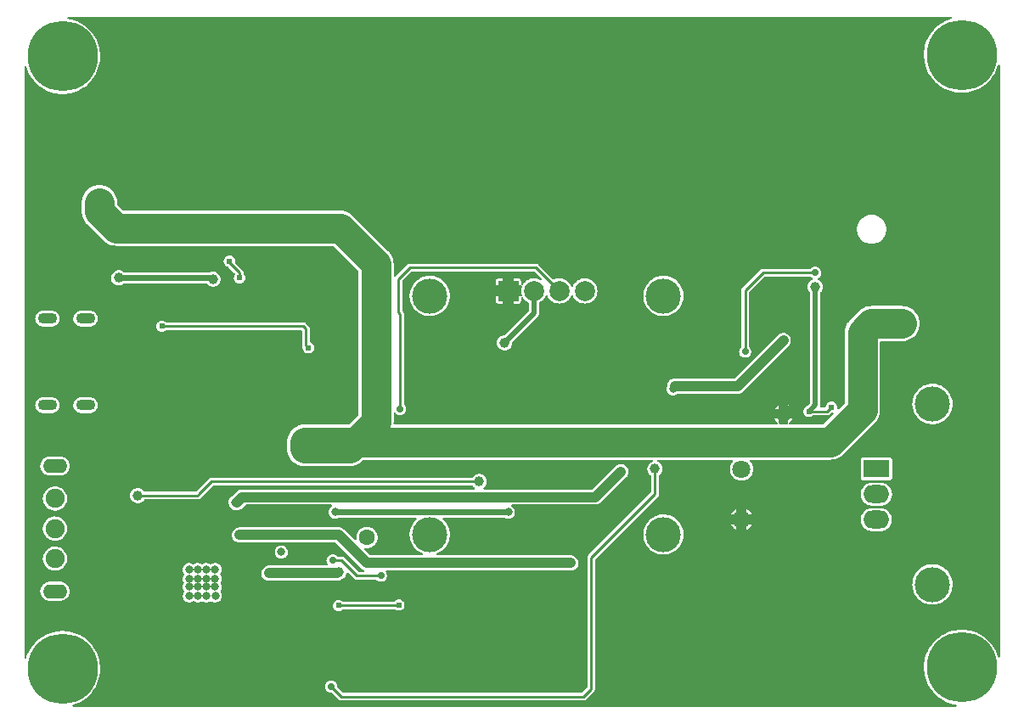
<source format=gbl>
G04 Layer: BottomLayer*
G04 EasyEDA v6.5.47, 2024-10-14 09:34:27*
G04 ce67ab0569d04c388b7640da7ad94f30,699dadb93aee4be8b9b8ad6142c81684,10*
G04 Gerber Generator version 0.2*
G04 Scale: 100 percent, Rotated: No, Reflected: No *
G04 Dimensions in millimeters *
G04 leading zeros omitted , absolute positions ,4 integer and 5 decimal *
%FSLAX45Y45*%
%MOMM*%

%ADD10C,0.2540*%
%ADD11C,0.6000*%
%ADD12C,0.5000*%
%ADD13C,3.0000*%
%ADD14C,1.0000*%
%ADD15C,1.8000*%
%ADD16R,2.0000X2.0000*%
%ADD17C,2.0000*%
%ADD18C,3.5000*%
%ADD19C,7.0000*%
%ADD20O,2.5999948X1.7999964*%
%ADD21R,2.6000X1.8000*%
%ADD22O,1.8999962X1.0999978000000001*%
%ADD23C,1.9000*%
%ADD24O,2.3999952X1.3999972*%
%ADD25C,1.5240*%
%ADD26C,0.6096*%
%ADD27C,1.6000*%
%ADD28C,0.7000*%
%ADD29C,0.6200*%
%ADD30C,0.8000*%
%ADD31C,0.0135*%

%LPD*%
G36*
X1175766Y1448308D02*
G01*
X1171702Y1449171D01*
X1168298Y1451559D01*
X1166164Y1455166D01*
X1165656Y1459280D01*
X1166825Y1463294D01*
X1169466Y1466443D01*
X1173886Y1468475D01*
X1199591Y1477162D01*
X1224635Y1487627D01*
X1248867Y1499920D01*
X1272082Y1513890D01*
X1294282Y1529537D01*
X1315262Y1546758D01*
X1334973Y1565402D01*
X1353312Y1585468D01*
X1370126Y1606753D01*
X1385366Y1629206D01*
X1398930Y1652727D01*
X1410766Y1677162D01*
X1420774Y1702358D01*
X1429004Y1728216D01*
X1435303Y1754632D01*
X1439722Y1781403D01*
X1442161Y1808429D01*
X1442618Y1835607D01*
X1441196Y1862683D01*
X1437741Y1889607D01*
X1432407Y1916226D01*
X1425143Y1942388D01*
X1415999Y1967941D01*
X1405077Y1992782D01*
X1392326Y2016760D01*
X1377950Y2039772D01*
X1361897Y2061667D01*
X1344320Y2082342D01*
X1325321Y2101697D01*
X1304950Y2119630D01*
X1283309Y2136089D01*
X1260602Y2150872D01*
X1236827Y2164029D01*
X1212240Y2175459D01*
X1186840Y2185009D01*
X1160830Y2192782D01*
X1134313Y2198573D01*
X1107440Y2202484D01*
X1080363Y2204466D01*
X1053236Y2204466D01*
X1026160Y2202484D01*
X999286Y2198573D01*
X972769Y2192782D01*
X946759Y2185009D01*
X921359Y2175459D01*
X896772Y2164029D01*
X872998Y2150872D01*
X850290Y2136089D01*
X828649Y2119630D01*
X808278Y2101697D01*
X789279Y2082342D01*
X771702Y2061667D01*
X755650Y2039772D01*
X741273Y2016760D01*
X728522Y1992782D01*
X717600Y1967941D01*
X708456Y1942388D01*
X706272Y1934413D01*
X704342Y1930755D01*
X701141Y1928114D01*
X697179Y1926996D01*
X693064Y1927555D01*
X689559Y1929688D01*
X687171Y1933092D01*
X686308Y1937105D01*
X686308Y7828991D01*
X687120Y7832953D01*
X689457Y7836306D01*
X692912Y7838490D01*
X696976Y7839100D01*
X700938Y7838084D01*
X704138Y7835595D01*
X706170Y7832039D01*
X712825Y7811058D01*
X722833Y7785862D01*
X734669Y7761427D01*
X748233Y7737906D01*
X763473Y7715453D01*
X780288Y7694168D01*
X798626Y7674102D01*
X818337Y7655458D01*
X839317Y7638237D01*
X861517Y7622590D01*
X884732Y7608620D01*
X908964Y7596327D01*
X934008Y7585862D01*
X959713Y7577175D01*
X985977Y7570368D01*
X1012698Y7565491D01*
X1039672Y7562596D01*
X1066800Y7561580D01*
X1093927Y7562596D01*
X1120902Y7565491D01*
X1147622Y7570368D01*
X1173886Y7577175D01*
X1199591Y7585862D01*
X1224635Y7596327D01*
X1248867Y7608620D01*
X1272082Y7622590D01*
X1294282Y7638237D01*
X1315262Y7655458D01*
X1334973Y7674102D01*
X1353312Y7694168D01*
X1370126Y7715453D01*
X1385366Y7737906D01*
X1398930Y7761427D01*
X1410766Y7785862D01*
X1420774Y7811058D01*
X1429004Y7836916D01*
X1435303Y7863331D01*
X1439722Y7890103D01*
X1442161Y7917129D01*
X1442618Y7944307D01*
X1441196Y7971383D01*
X1437741Y7998307D01*
X1432407Y8024926D01*
X1425143Y8051088D01*
X1415999Y8076641D01*
X1405077Y8101482D01*
X1392326Y8125459D01*
X1377950Y8148472D01*
X1361897Y8170367D01*
X1344320Y8191042D01*
X1325321Y8210397D01*
X1304950Y8228330D01*
X1283309Y8244789D01*
X1260602Y8259572D01*
X1236827Y8272729D01*
X1212240Y8284159D01*
X1186840Y8293709D01*
X1160830Y8301481D01*
X1134313Y8307273D01*
X1123188Y8308898D01*
X1119276Y8310321D01*
X1116279Y8313267D01*
X1114704Y8317128D01*
X1114806Y8321294D01*
X1116584Y8325103D01*
X1119733Y8327847D01*
X1123696Y8329066D01*
X1130960Y8329726D01*
X1160932Y8330692D01*
X9924694Y8330692D01*
X9928758Y8329828D01*
X9932111Y8327491D01*
X9934244Y8323986D01*
X9934854Y8319922D01*
X9933787Y8315959D01*
X9931247Y8312708D01*
X9927590Y8310778D01*
X9912959Y8306409D01*
X9887559Y8296859D01*
X9862972Y8285429D01*
X9839198Y8272272D01*
X9816490Y8257489D01*
X9794849Y8241030D01*
X9774478Y8223097D01*
X9755479Y8203742D01*
X9737902Y8183067D01*
X9721850Y8161172D01*
X9707473Y8138159D01*
X9694722Y8114182D01*
X9683800Y8089341D01*
X9674656Y8063788D01*
X9667392Y8037626D01*
X9662058Y8011007D01*
X9658604Y7984083D01*
X9657181Y7957007D01*
X9657638Y7929829D01*
X9660077Y7902803D01*
X9664496Y7876031D01*
X9670796Y7849616D01*
X9679025Y7823758D01*
X9689033Y7798562D01*
X9700869Y7774127D01*
X9714433Y7750606D01*
X9729673Y7728153D01*
X9746488Y7706868D01*
X9764826Y7686802D01*
X9784537Y7668158D01*
X9805517Y7650937D01*
X9827717Y7635290D01*
X9850932Y7621320D01*
X9875164Y7609027D01*
X9900208Y7598562D01*
X9925913Y7589875D01*
X9952177Y7583068D01*
X9978898Y7578191D01*
X10005872Y7575296D01*
X10033000Y7574280D01*
X10060127Y7575296D01*
X10087102Y7578191D01*
X10113822Y7583068D01*
X10140086Y7589875D01*
X10165791Y7598562D01*
X10190835Y7609027D01*
X10215067Y7621320D01*
X10238282Y7635290D01*
X10260482Y7650937D01*
X10281462Y7668158D01*
X10301173Y7686802D01*
X10319512Y7706868D01*
X10336326Y7728153D01*
X10351566Y7750606D01*
X10365130Y7774127D01*
X10376966Y7798562D01*
X10386974Y7823758D01*
X10393629Y7844688D01*
X10395610Y7848244D01*
X10398861Y7850733D01*
X10402824Y7851749D01*
X10406837Y7851140D01*
X10410342Y7848955D01*
X10412628Y7845602D01*
X10413492Y7841589D01*
X10413492Y1949907D01*
X10412628Y1945843D01*
X10410240Y1942490D01*
X10406684Y1940356D01*
X10402620Y1939798D01*
X10398607Y1940915D01*
X10395407Y1943506D01*
X10393527Y1947214D01*
X10391343Y1955088D01*
X10382199Y1980641D01*
X10371277Y2005482D01*
X10358526Y2029460D01*
X10344150Y2052472D01*
X10328097Y2074367D01*
X10310520Y2095042D01*
X10291521Y2114397D01*
X10271150Y2132330D01*
X10249509Y2148789D01*
X10226802Y2163572D01*
X10203027Y2176729D01*
X10178440Y2188159D01*
X10153040Y2197709D01*
X10127030Y2205482D01*
X10100513Y2211273D01*
X10073640Y2215184D01*
X10046563Y2217166D01*
X10019436Y2217166D01*
X9992360Y2215184D01*
X9965486Y2211273D01*
X9938969Y2205482D01*
X9912959Y2197709D01*
X9887559Y2188159D01*
X9862972Y2176729D01*
X9839198Y2163572D01*
X9816490Y2148789D01*
X9794849Y2132330D01*
X9774478Y2114397D01*
X9755479Y2095042D01*
X9737902Y2074367D01*
X9721850Y2052472D01*
X9707473Y2029460D01*
X9694722Y2005482D01*
X9683800Y1980641D01*
X9674656Y1955088D01*
X9667392Y1928926D01*
X9662058Y1902307D01*
X9658604Y1875383D01*
X9657181Y1848307D01*
X9657638Y1821129D01*
X9660077Y1794103D01*
X9664496Y1767332D01*
X9670796Y1740916D01*
X9679025Y1715058D01*
X9689033Y1689862D01*
X9700869Y1665427D01*
X9714433Y1641906D01*
X9729673Y1619453D01*
X9746488Y1598168D01*
X9764826Y1578102D01*
X9784537Y1559458D01*
X9805517Y1542237D01*
X9827717Y1526590D01*
X9850932Y1512620D01*
X9875164Y1500327D01*
X9900208Y1489862D01*
X9925913Y1481175D01*
X9952177Y1474368D01*
X9976408Y1469948D01*
X9980218Y1468424D01*
X9983114Y1465478D01*
X9984587Y1461617D01*
X9984435Y1457502D01*
X9982606Y1453743D01*
X9979507Y1451051D01*
X9975545Y1449832D01*
X9968839Y1449222D01*
X9938816Y1448308D01*
G37*

%LPC*%
G36*
X3848608Y1510792D02*
G01*
X6260592Y1510792D01*
X6268618Y1511604D01*
X6275832Y1513789D01*
X6282537Y1517345D01*
X6288735Y1522476D01*
X6364224Y1597964D01*
X6369354Y1604162D01*
X6372910Y1610868D01*
X6375095Y1618081D01*
X6375908Y1626107D01*
X6375908Y2913481D01*
X6376670Y2917393D01*
X6378905Y2920695D01*
X7001052Y3542842D01*
X7006183Y3549091D01*
X7009739Y3555746D01*
X7011924Y3562959D01*
X7012736Y3570986D01*
X7012736Y3751834D01*
X7013244Y3755136D01*
X7014870Y3758082D01*
X7017359Y3760368D01*
X7020102Y3762146D01*
X7028789Y3769868D01*
X7036155Y3778859D01*
X7042099Y3788816D01*
X7046468Y3799586D01*
X7049109Y3810914D01*
X7049973Y3822496D01*
X7049109Y3834079D01*
X7046468Y3845407D01*
X7042099Y3856177D01*
X7036155Y3866134D01*
X7028789Y3875125D01*
X7020102Y3882847D01*
X7010349Y3889146D01*
X6999427Y3894074D01*
X6996226Y3896309D01*
X6994093Y3899662D01*
X6993432Y3903522D01*
X6994245Y3907332D01*
X6996430Y3910584D01*
X6999731Y3912717D01*
X7003542Y3913479D01*
X7742732Y3913479D01*
X7746593Y3912717D01*
X7749844Y3910584D01*
X7752080Y3907383D01*
X7752892Y3903522D01*
X7752232Y3899712D01*
X7750149Y3896360D01*
X7746593Y3892600D01*
X7738059Y3880815D01*
X7731048Y3868064D01*
X7725664Y3854551D01*
X7722057Y3840429D01*
X7720228Y3826001D01*
X7720228Y3811473D01*
X7722057Y3796995D01*
X7725664Y3782923D01*
X7731048Y3769410D01*
X7738059Y3756609D01*
X7746593Y3744874D01*
X7756550Y3734257D01*
X7767777Y3724960D01*
X7780070Y3717188D01*
X7793228Y3710990D01*
X7807096Y3706469D01*
X7821371Y3703777D01*
X7835900Y3702862D01*
X7850428Y3703777D01*
X7864703Y3706469D01*
X7878572Y3710990D01*
X7891729Y3717188D01*
X7904022Y3724960D01*
X7915249Y3734257D01*
X7925206Y3744874D01*
X7933740Y3756609D01*
X7940751Y3769410D01*
X7946136Y3782923D01*
X7949742Y3796995D01*
X7951571Y3811473D01*
X7951571Y3826001D01*
X7949742Y3840429D01*
X7946136Y3854551D01*
X7940751Y3868064D01*
X7933740Y3880815D01*
X7925206Y3892600D01*
X7921650Y3896360D01*
X7919567Y3899712D01*
X7918907Y3903522D01*
X7919720Y3907383D01*
X7921955Y3910584D01*
X7925206Y3912717D01*
X7929067Y3913479D01*
X8724696Y3913479D01*
X8738362Y3913987D01*
X8742578Y3914394D01*
X8756040Y3916273D01*
X8760206Y3917086D01*
X8773414Y3920337D01*
X8777427Y3921506D01*
X8790279Y3926078D01*
X8794140Y3927703D01*
X8806434Y3933545D01*
X8810142Y3935526D01*
X8821826Y3942587D01*
X8825280Y3944924D01*
X8836152Y3953154D01*
X8839403Y3955846D01*
X8849410Y3965143D01*
X9166656Y4282389D01*
X9175953Y4292396D01*
X9178645Y4295648D01*
X9186875Y4306519D01*
X9189212Y4309973D01*
X9196273Y4321657D01*
X9198254Y4325366D01*
X9204096Y4337659D01*
X9205722Y4341520D01*
X9210294Y4354372D01*
X9211462Y4358386D01*
X9214713Y4371594D01*
X9215526Y4375759D01*
X9217406Y4389221D01*
X9217812Y4393438D01*
X9218320Y4407103D01*
X9218320Y5084419D01*
X9219082Y5088331D01*
X9221266Y5091633D01*
X9224568Y5093817D01*
X9228480Y5094579D01*
X9435846Y5094579D01*
X9453880Y5095494D01*
X9471507Y5098186D01*
X9488779Y5102656D01*
X9505442Y5108854D01*
X9521444Y5116728D01*
X9536582Y5126126D01*
X9550654Y5137048D01*
X9563608Y5149291D01*
X9575190Y5162854D01*
X9585350Y5177434D01*
X9594037Y5193030D01*
X9601047Y5209387D01*
X9606381Y5226405D01*
X9609988Y5243880D01*
X9611766Y5261610D01*
X9611766Y5279390D01*
X9609988Y5297119D01*
X9606381Y5314594D01*
X9601047Y5331612D01*
X9594037Y5347970D01*
X9585350Y5363565D01*
X9575190Y5378145D01*
X9563608Y5391708D01*
X9550654Y5403951D01*
X9536582Y5414873D01*
X9521444Y5424271D01*
X9505442Y5432145D01*
X9488779Y5438343D01*
X9471507Y5442813D01*
X9453880Y5445506D01*
X9435846Y5446420D01*
X9131503Y5446420D01*
X9117838Y5445912D01*
X9113621Y5445506D01*
X9100159Y5443626D01*
X9095994Y5442813D01*
X9082786Y5439562D01*
X9078772Y5438394D01*
X9065920Y5433822D01*
X9062059Y5432196D01*
X9049766Y5426354D01*
X9046057Y5424373D01*
X9034373Y5417312D01*
X9030919Y5414975D01*
X9020048Y5406745D01*
X9016796Y5404053D01*
X9006789Y5394756D01*
X8918143Y5306110D01*
X8908846Y5296103D01*
X8906154Y5292852D01*
X8897924Y5281980D01*
X8895588Y5278526D01*
X8888526Y5266842D01*
X8886545Y5263134D01*
X8880703Y5250840D01*
X8879078Y5246979D01*
X8874506Y5234127D01*
X8873337Y5230114D01*
X8870086Y5216906D01*
X8869273Y5212740D01*
X8867394Y5199278D01*
X8866987Y5195062D01*
X8866479Y5181396D01*
X8866479Y4483963D01*
X8865717Y4480102D01*
X8863533Y4476800D01*
X8806180Y4419447D01*
X8802776Y4417212D01*
X8798712Y4416501D01*
X8794750Y4417415D01*
X8791448Y4419904D01*
X8789365Y4423410D01*
X8788908Y4427524D01*
X8789771Y4437938D01*
X8788958Y4447540D01*
X8786520Y4456887D01*
X8782558Y4465675D01*
X8777173Y4473651D01*
X8770467Y4480610D01*
X8762695Y4486351D01*
X8754110Y4490720D01*
X8744864Y4493514D01*
X8735314Y4494784D01*
X8725662Y4494326D01*
X8716264Y4492294D01*
X8707272Y4488738D01*
X8699093Y4483658D01*
X8691829Y4477308D01*
X8685784Y4469790D01*
X8681059Y4461357D01*
X8677859Y4452315D01*
X8676081Y4441342D01*
X8674912Y4437989D01*
X8672677Y4435246D01*
X8669578Y4433417D01*
X8666073Y4432808D01*
X8631682Y4432808D01*
X8628075Y4433468D01*
X8624976Y4435348D01*
X8622690Y4438192D01*
X8621623Y4441647D01*
X8621776Y4445254D01*
X8622639Y4448911D01*
X8623198Y4453280D01*
X8623401Y4457903D01*
X8623401Y5578297D01*
X8624316Y5582412D01*
X8627160Y5586171D01*
X8634577Y5595162D01*
X8640521Y5605119D01*
X8644839Y5615889D01*
X8647480Y5627217D01*
X8648395Y5638800D01*
X8647480Y5650382D01*
X8644839Y5661710D01*
X8640521Y5672480D01*
X8634577Y5682437D01*
X8627160Y5691428D01*
X8618474Y5699150D01*
X8608771Y5705449D01*
X8603589Y5707786D01*
X8599982Y5710478D01*
X8597950Y5714441D01*
X8597747Y5718911D01*
X8599525Y5723026D01*
X8602929Y5725972D01*
X8605774Y5727547D01*
X8613749Y5733694D01*
X8620556Y5741111D01*
X8626043Y5749544D01*
X8630056Y5758738D01*
X8632545Y5768492D01*
X8633358Y5778500D01*
X8632545Y5788507D01*
X8630056Y5798261D01*
X8626043Y5807456D01*
X8620556Y5815888D01*
X8613749Y5823305D01*
X8605774Y5829452D01*
X8596934Y5834227D01*
X8587435Y5837529D01*
X8577529Y5839155D01*
X8567470Y5839155D01*
X8557564Y5837529D01*
X8548065Y5834227D01*
X8539226Y5829452D01*
X8531250Y5823305D01*
X8528608Y5820410D01*
X8525205Y5817971D01*
X8521141Y5817108D01*
X8052308Y5817108D01*
X8044281Y5816295D01*
X8037068Y5814110D01*
X8030362Y5810554D01*
X8024164Y5805424D01*
X7847075Y5628335D01*
X7841945Y5622137D01*
X7838389Y5615432D01*
X7836204Y5608218D01*
X7835392Y5600192D01*
X7835392Y5042712D01*
X7834680Y5039004D01*
X7832699Y5035804D01*
X7825943Y5028488D01*
X7820456Y5020056D01*
X7816443Y5010861D01*
X7813954Y5001107D01*
X7813141Y4991100D01*
X7813954Y4981092D01*
X7816443Y4971338D01*
X7820456Y4962144D01*
X7825943Y4953711D01*
X7832750Y4946294D01*
X7840725Y4940147D01*
X7849565Y4935372D01*
X7859064Y4932070D01*
X7868970Y4930444D01*
X7879029Y4930444D01*
X7888935Y4932070D01*
X7898434Y4935372D01*
X7907274Y4940147D01*
X7915249Y4946294D01*
X7922056Y4953711D01*
X7927543Y4962144D01*
X7931556Y4971338D01*
X7934045Y4981092D01*
X7934858Y4991100D01*
X7934045Y5001107D01*
X7931556Y5010861D01*
X7927543Y5020056D01*
X7922056Y5028488D01*
X7915300Y5035804D01*
X7913319Y5039004D01*
X7912608Y5042712D01*
X7912608Y5580481D01*
X7913370Y5584393D01*
X7915605Y5587695D01*
X8064804Y5736894D01*
X8068106Y5739130D01*
X8072018Y5739892D01*
X8521141Y5739892D01*
X8525205Y5739028D01*
X8528608Y5736590D01*
X8531250Y5733694D01*
X8539226Y5727547D01*
X8541816Y5726125D01*
X8545118Y5723280D01*
X8546947Y5719368D01*
X8546947Y5715000D01*
X8545118Y5711088D01*
X8541867Y5708243D01*
X8531250Y5702503D01*
X8522004Y5695442D01*
X8513978Y5687060D01*
X8507272Y5677560D01*
X8502142Y5667146D01*
X8498636Y5656072D01*
X8496858Y5644591D01*
X8496858Y5633008D01*
X8498636Y5621528D01*
X8502142Y5610453D01*
X8507272Y5600039D01*
X8513978Y5590540D01*
X8518753Y5585561D01*
X8520836Y5582310D01*
X8521598Y5578500D01*
X8521598Y4482998D01*
X8520836Y4479086D01*
X8518601Y4475835D01*
X8492185Y4449419D01*
X8488832Y4447133D01*
X8483396Y4445000D01*
X8475167Y4439920D01*
X8467953Y4433570D01*
X8461857Y4426051D01*
X8457184Y4417618D01*
X8453983Y4408525D01*
X8452358Y4399026D01*
X8452358Y4389374D01*
X8453983Y4379874D01*
X8457184Y4370781D01*
X8461857Y4362348D01*
X8467953Y4354830D01*
X8475167Y4348480D01*
X8483396Y4343400D01*
X8492337Y4339844D01*
X8501786Y4337812D01*
X8511438Y4337354D01*
X8520988Y4338624D01*
X8530183Y4341418D01*
X8538819Y4345787D01*
X8550859Y4354779D01*
X8554821Y4355592D01*
X8688679Y4355592D01*
X8696706Y4356404D01*
X8703919Y4358589D01*
X8710574Y4362145D01*
X8716822Y4367276D01*
X8727694Y4378147D01*
X8730488Y4380128D01*
X8733739Y4381042D01*
X8743238Y4382109D01*
X8747404Y4381754D01*
X8751011Y4379722D01*
X8753551Y4376470D01*
X8754567Y4372406D01*
X8753856Y4368342D01*
X8751570Y4364837D01*
X8654999Y4268266D01*
X8651697Y4266082D01*
X8647836Y4265320D01*
X8316975Y4265320D01*
X8312759Y4266234D01*
X8309305Y4268825D01*
X8307222Y4272635D01*
X8306917Y4276953D01*
X8308441Y4280966D01*
X8311489Y4284014D01*
X8315553Y4286605D01*
X8325967Y4295394D01*
X8335111Y4305554D01*
X8342833Y4316780D01*
X8346643Y4324350D01*
X8299450Y4324350D01*
X8299450Y4275480D01*
X8298688Y4271568D01*
X8296452Y4268266D01*
X8293201Y4266082D01*
X8289290Y4265320D01*
X8220709Y4265320D01*
X8216798Y4266082D01*
X8213547Y4268266D01*
X8211312Y4271568D01*
X8210550Y4275480D01*
X8210550Y4324350D01*
X8163204Y4324350D01*
X8163864Y4322775D01*
X8170824Y4311040D01*
X8179308Y4300321D01*
X8189112Y4290822D01*
X8198866Y4283659D01*
X8201659Y4280509D01*
X8202930Y4276496D01*
X8202472Y4272280D01*
X8200390Y4268673D01*
X8196935Y4266184D01*
X8192820Y4265320D01*
X4377334Y4265320D01*
X4373372Y4266133D01*
X4370019Y4268419D01*
X4367834Y4271873D01*
X4367174Y4275886D01*
X4367682Y4287977D01*
X4367682Y4374184D01*
X4368495Y4378147D01*
X4370730Y4381500D01*
X4374134Y4383684D01*
X4378096Y4384344D01*
X4382058Y4383430D01*
X4385310Y4381093D01*
X4391050Y4374794D01*
X4399026Y4368647D01*
X4407865Y4363872D01*
X4417364Y4360570D01*
X4427270Y4358944D01*
X4437329Y4358944D01*
X4447235Y4360570D01*
X4456734Y4363872D01*
X4465574Y4368647D01*
X4473549Y4374794D01*
X4480356Y4382211D01*
X4485843Y4390644D01*
X4489856Y4399838D01*
X4492345Y4409592D01*
X4493158Y4419600D01*
X4492345Y4429607D01*
X4489856Y4439361D01*
X4485843Y4448556D01*
X4480356Y4456988D01*
X4473600Y4464304D01*
X4471619Y4467504D01*
X4470908Y4471212D01*
X4470908Y5369306D01*
X4470095Y5377332D01*
X4467910Y5384546D01*
X4464405Y5391200D01*
X4458055Y5398719D01*
X4456277Y5401767D01*
X4455668Y5405272D01*
X4455668Y5696051D01*
X4456430Y5699963D01*
X4458665Y5703265D01*
X4543094Y5787694D01*
X4546396Y5789930D01*
X4550308Y5790692D01*
X5766663Y5790692D01*
X5770575Y5789930D01*
X5773877Y5787694D01*
X5839206Y5722366D01*
X5841492Y5718860D01*
X5842152Y5714746D01*
X5841136Y5710682D01*
X5838545Y5707430D01*
X5834888Y5705449D01*
X5830722Y5705094D01*
X5826760Y5706516D01*
X5824270Y5707989D01*
X5810402Y5714238D01*
X5795924Y5718759D01*
X5780938Y5721502D01*
X5765800Y5722416D01*
X5750610Y5721502D01*
X5735675Y5718759D01*
X5721146Y5714238D01*
X5707278Y5707989D01*
X5694273Y5700115D01*
X5682284Y5690768D01*
X5671566Y5679998D01*
X5662168Y5668060D01*
X5656580Y5658764D01*
X5653582Y5655614D01*
X5649518Y5653989D01*
X5645150Y5654243D01*
X5641289Y5656275D01*
X5638647Y5659780D01*
X5637733Y5663996D01*
X5637733Y5695950D01*
X5637022Y5702249D01*
X5635091Y5707735D01*
X5631992Y5712612D01*
X5627928Y5716727D01*
X5623001Y5719775D01*
X5617565Y5721705D01*
X5611215Y5722416D01*
X5568137Y5722416D01*
X5568137Y5652871D01*
X5637885Y5652871D01*
X5641644Y5652160D01*
X5644845Y5650128D01*
X5647080Y5647080D01*
X5648045Y5643422D01*
X5647588Y5639663D01*
X5643575Y5626658D01*
X5640832Y5611723D01*
X5639917Y5596534D01*
X5640832Y5581345D01*
X5643575Y5566410D01*
X5647639Y5553354D01*
X5648045Y5549595D01*
X5647080Y5545937D01*
X5644845Y5542889D01*
X5641644Y5540857D01*
X5637936Y5540146D01*
X5568137Y5540146D01*
X5568137Y5470601D01*
X5611215Y5470601D01*
X5617565Y5471312D01*
X5623001Y5473192D01*
X5627928Y5476290D01*
X5631992Y5480405D01*
X5635091Y5485282D01*
X5637022Y5490768D01*
X5637733Y5497068D01*
X5637733Y5529021D01*
X5638647Y5533288D01*
X5641289Y5536793D01*
X5645150Y5538825D01*
X5649518Y5539079D01*
X5653582Y5537454D01*
X5656580Y5534304D01*
X5662168Y5525008D01*
X5671566Y5513070D01*
X5682284Y5502300D01*
X5694273Y5492902D01*
X5707278Y5485079D01*
X5708904Y5484317D01*
X5712053Y5482082D01*
X5714136Y5478830D01*
X5714898Y5475071D01*
X5714898Y5397398D01*
X5714136Y5393486D01*
X5711901Y5390235D01*
X5480405Y5158689D01*
X5477256Y5156555D01*
X5473598Y5155692D01*
X5465013Y5155387D01*
X5453583Y5153152D01*
X5442661Y5149240D01*
X5432450Y5143703D01*
X5423204Y5136642D01*
X5415178Y5128260D01*
X5408472Y5118760D01*
X5403342Y5108346D01*
X5399836Y5097272D01*
X5398058Y5085791D01*
X5398058Y5074208D01*
X5399836Y5062728D01*
X5403342Y5051653D01*
X5408472Y5041239D01*
X5415178Y5031740D01*
X5423204Y5023358D01*
X5432450Y5016296D01*
X5442661Y5010759D01*
X5453583Y5006848D01*
X5465013Y5004612D01*
X5476595Y5004155D01*
X5488127Y5005527D01*
X5499354Y5008575D01*
X5509971Y5013350D01*
X5519674Y5019649D01*
X5528360Y5027371D01*
X5535777Y5036362D01*
X5541721Y5046319D01*
X5546039Y5057089D01*
X5548680Y5068417D01*
X5549595Y5080457D01*
X5550509Y5083911D01*
X5552541Y5086858D01*
X5801664Y5335930D01*
X5804814Y5339384D01*
X5807506Y5342890D01*
X5809894Y5346649D01*
X5811926Y5350611D01*
X5813653Y5354675D01*
X5814974Y5358942D01*
X5815939Y5363260D01*
X5816498Y5367680D01*
X5816701Y5372303D01*
X5816701Y5475071D01*
X5817463Y5478881D01*
X5819546Y5482132D01*
X5837275Y5492902D01*
X5849264Y5502300D01*
X5860034Y5513070D01*
X5869381Y5525008D01*
X5877255Y5538012D01*
X5883503Y5551932D01*
X5885738Y5555081D01*
X5888990Y5557215D01*
X5892800Y5557926D01*
X5896559Y5557215D01*
X5899810Y5555081D01*
X5902045Y5551932D01*
X5908294Y5538012D01*
X5916168Y5525008D01*
X5925566Y5513070D01*
X5936284Y5502300D01*
X5948273Y5492902D01*
X5961278Y5485079D01*
X5975146Y5478830D01*
X5989675Y5474309D01*
X6004610Y5471566D01*
X6019800Y5470652D01*
X6034938Y5471566D01*
X6049924Y5474309D01*
X6064402Y5478830D01*
X6078270Y5485079D01*
X6091275Y5492902D01*
X6103264Y5502300D01*
X6114034Y5513070D01*
X6123381Y5525008D01*
X6131255Y5538012D01*
X6137503Y5551932D01*
X6139738Y5555081D01*
X6142990Y5557215D01*
X6146800Y5557926D01*
X6150559Y5557215D01*
X6153810Y5555081D01*
X6156045Y5551932D01*
X6162294Y5538012D01*
X6170168Y5525008D01*
X6179566Y5513070D01*
X6190284Y5502300D01*
X6202273Y5492902D01*
X6215278Y5485079D01*
X6229146Y5478830D01*
X6243675Y5474309D01*
X6258610Y5471566D01*
X6273800Y5470652D01*
X6288938Y5471566D01*
X6303924Y5474309D01*
X6318402Y5478830D01*
X6332270Y5485079D01*
X6345275Y5492902D01*
X6357264Y5502300D01*
X6368034Y5513070D01*
X6377381Y5525008D01*
X6385255Y5538012D01*
X6391503Y5551881D01*
X6396024Y5566410D01*
X6398768Y5581345D01*
X6399682Y5596534D01*
X6398768Y5611723D01*
X6396024Y5626658D01*
X6391503Y5641187D01*
X6385255Y5655005D01*
X6377381Y5668060D01*
X6368034Y5679998D01*
X6357264Y5690768D01*
X6345275Y5700115D01*
X6332270Y5707989D01*
X6318402Y5714238D01*
X6303924Y5718759D01*
X6288938Y5721502D01*
X6273800Y5722416D01*
X6258610Y5721502D01*
X6243675Y5718759D01*
X6229146Y5714238D01*
X6215278Y5707989D01*
X6202273Y5700115D01*
X6190284Y5690768D01*
X6179566Y5679998D01*
X6170168Y5668060D01*
X6162294Y5655005D01*
X6156045Y5641086D01*
X6153810Y5637936D01*
X6150559Y5635853D01*
X6146800Y5635142D01*
X6142990Y5635853D01*
X6139738Y5637936D01*
X6137503Y5641086D01*
X6131255Y5655005D01*
X6123381Y5668060D01*
X6114034Y5679998D01*
X6103264Y5690768D01*
X6091275Y5700115D01*
X6078270Y5707989D01*
X6064402Y5714238D01*
X6049924Y5718759D01*
X6034938Y5721502D01*
X6019800Y5722416D01*
X6004610Y5721502D01*
X5989675Y5718759D01*
X5975146Y5714238D01*
X5968695Y5711342D01*
X5964732Y5710428D01*
X5960770Y5711190D01*
X5957366Y5713425D01*
X5814517Y5856224D01*
X5808319Y5861354D01*
X5801614Y5864910D01*
X5794400Y5867095D01*
X5786374Y5867908D01*
X4530598Y5867908D01*
X4522571Y5867095D01*
X4515358Y5864910D01*
X4508652Y5861354D01*
X4502454Y5856224D01*
X4390136Y5743905D01*
X4385665Y5738520D01*
X4382465Y5735929D01*
X4378502Y5734812D01*
X4374388Y5735421D01*
X4370882Y5737555D01*
X4368495Y5740908D01*
X4367682Y5744972D01*
X4367682Y5866434D01*
X4367174Y5880100D01*
X4366768Y5884316D01*
X4364888Y5897778D01*
X4364075Y5901944D01*
X4360824Y5915152D01*
X4359656Y5919165D01*
X4355084Y5932017D01*
X4353458Y5935878D01*
X4347616Y5948172D01*
X4345635Y5951880D01*
X4338574Y5963564D01*
X4336237Y5967018D01*
X4328007Y5977890D01*
X4325315Y5981141D01*
X4316018Y5991148D01*
X3959910Y6347256D01*
X3949903Y6356553D01*
X3946651Y6359245D01*
X3935780Y6367475D01*
X3932326Y6369812D01*
X3920642Y6376873D01*
X3916934Y6378854D01*
X3904640Y6384696D01*
X3900779Y6386322D01*
X3887927Y6390894D01*
X3883914Y6392062D01*
X3870706Y6395313D01*
X3866540Y6396126D01*
X3853078Y6398006D01*
X3848862Y6398412D01*
X3835196Y6398920D01*
X1677263Y6398920D01*
X1673402Y6399682D01*
X1670100Y6401866D01*
X1613966Y6458000D01*
X1611782Y6461302D01*
X1611020Y6465163D01*
X1611020Y6476746D01*
X1610106Y6494780D01*
X1607413Y6512407D01*
X1602943Y6529679D01*
X1596745Y6546342D01*
X1588871Y6562344D01*
X1579473Y6577482D01*
X1568551Y6591553D01*
X1556308Y6604508D01*
X1542745Y6616090D01*
X1528165Y6626250D01*
X1512570Y6634937D01*
X1496212Y6641947D01*
X1479194Y6647281D01*
X1461719Y6650888D01*
X1443990Y6652666D01*
X1426210Y6652666D01*
X1408480Y6650888D01*
X1391005Y6647281D01*
X1373987Y6641947D01*
X1357630Y6634937D01*
X1342034Y6626250D01*
X1327454Y6616090D01*
X1313891Y6604508D01*
X1301648Y6591553D01*
X1290726Y6577482D01*
X1281328Y6562344D01*
X1273454Y6546342D01*
X1267256Y6529679D01*
X1262786Y6512407D01*
X1260094Y6494780D01*
X1259179Y6476746D01*
X1259179Y6388303D01*
X1259687Y6374638D01*
X1260094Y6370421D01*
X1261973Y6356959D01*
X1262786Y6352794D01*
X1266037Y6339586D01*
X1267206Y6335572D01*
X1271778Y6322720D01*
X1273403Y6318859D01*
X1279245Y6306566D01*
X1281226Y6302857D01*
X1288288Y6291173D01*
X1290624Y6287719D01*
X1298854Y6276848D01*
X1301546Y6273596D01*
X1310843Y6263589D01*
X1475689Y6098743D01*
X1485696Y6089446D01*
X1488948Y6086754D01*
X1499819Y6078524D01*
X1503273Y6076188D01*
X1514957Y6069126D01*
X1518666Y6067145D01*
X1530959Y6061303D01*
X1534820Y6059678D01*
X1547672Y6055106D01*
X1551686Y6053937D01*
X1564894Y6050686D01*
X1569059Y6049873D01*
X1582521Y6047994D01*
X1586738Y6047587D01*
X1600403Y6047079D01*
X3758336Y6047079D01*
X3762197Y6046317D01*
X3765499Y6044133D01*
X4012895Y5796737D01*
X4015079Y5793435D01*
X4015841Y5789574D01*
X4015841Y4364888D01*
X4015079Y4361027D01*
X4012895Y4357725D01*
X3923334Y4268266D01*
X3920083Y4266082D01*
X3916172Y4265320D01*
X3479952Y4265320D01*
X3470910Y4265066D01*
X3462020Y4264406D01*
X3453180Y4263288D01*
X3444392Y4261713D01*
X3435705Y4259681D01*
X3427120Y4257243D01*
X3418687Y4254347D01*
X3410407Y4251045D01*
X3402329Y4247337D01*
X3394456Y4243222D01*
X3386734Y4238701D01*
X3379317Y4233773D01*
X3372104Y4228490D01*
X3365195Y4222851D01*
X3358591Y4216908D01*
X3352292Y4210608D01*
X3346348Y4203954D01*
X3340709Y4197096D01*
X3335426Y4189882D01*
X3330498Y4182465D01*
X3325977Y4174744D01*
X3321862Y4166870D01*
X3318154Y4158792D01*
X3314852Y4150512D01*
X3311956Y4142079D01*
X3309518Y4133494D01*
X3307486Y4124807D01*
X3305911Y4116019D01*
X3304794Y4107179D01*
X3304133Y4098290D01*
X3303879Y4089247D01*
X3303879Y4026052D01*
X3304133Y4017010D01*
X3304794Y4008120D01*
X3305911Y3999280D01*
X3307486Y3990492D01*
X3309518Y3981805D01*
X3311956Y3973220D01*
X3314852Y3964787D01*
X3318154Y3956507D01*
X3321862Y3948429D01*
X3325977Y3940556D01*
X3330498Y3932834D01*
X3335426Y3925417D01*
X3340709Y3918204D01*
X3346348Y3911295D01*
X3352292Y3904691D01*
X3358591Y3898392D01*
X3365195Y3892448D01*
X3372104Y3886809D01*
X3379317Y3881526D01*
X3386734Y3876598D01*
X3394456Y3872077D01*
X3402329Y3867962D01*
X3410407Y3864254D01*
X3418687Y3860952D01*
X3427120Y3858056D01*
X3435705Y3855618D01*
X3444392Y3853586D01*
X3453180Y3852011D01*
X3462020Y3850894D01*
X3470910Y3850233D01*
X3479952Y3849979D01*
X3929430Y3849979D01*
X3943045Y3850487D01*
X3947312Y3850894D01*
X3960723Y3852773D01*
X3964940Y3853586D01*
X3978046Y3856786D01*
X3982161Y3858006D01*
X3994912Y3862578D01*
X3998874Y3864203D01*
X4011117Y3869994D01*
X4014876Y3872026D01*
X4026458Y3879037D01*
X4030014Y3881475D01*
X4040835Y3889603D01*
X4044137Y3892346D01*
X4054094Y3901592D01*
X4063034Y3910533D01*
X4066336Y3912717D01*
X4070197Y3913479D01*
X6945274Y3913479D01*
X6949236Y3912666D01*
X6952589Y3910431D01*
X6954774Y3907028D01*
X6955434Y3903065D01*
X6954520Y3899103D01*
X6952183Y3895851D01*
X6948728Y3893769D01*
X6943039Y3891737D01*
X6932879Y3886200D01*
X6923633Y3879138D01*
X6915556Y3870756D01*
X6908901Y3861257D01*
X6903720Y3850843D01*
X6900214Y3839768D01*
X6898436Y3828287D01*
X6898436Y3816705D01*
X6900214Y3805224D01*
X6903720Y3794150D01*
X6908901Y3783736D01*
X6915556Y3774236D01*
X6923633Y3765854D01*
X6931507Y3759860D01*
X6933641Y3757625D01*
X6935012Y3754831D01*
X6935520Y3751783D01*
X6935520Y3590696D01*
X6934708Y3586835D01*
X6932523Y3583533D01*
X6310376Y2961335D01*
X6305245Y2955137D01*
X6301689Y2948432D01*
X6299504Y2941218D01*
X6298692Y2933192D01*
X6298692Y1645818D01*
X6297930Y1641906D01*
X6295694Y1638604D01*
X6248095Y1591005D01*
X6244793Y1588770D01*
X6240881Y1588008D01*
X3868318Y1588008D01*
X3864406Y1588770D01*
X3861104Y1591005D01*
X3810203Y1641856D01*
X3807866Y1645564D01*
X3806545Y1661007D01*
X3804056Y1670761D01*
X3800043Y1679956D01*
X3794556Y1688388D01*
X3787749Y1695805D01*
X3779774Y1701952D01*
X3770934Y1706727D01*
X3761435Y1710029D01*
X3751529Y1711655D01*
X3741470Y1711655D01*
X3731564Y1710029D01*
X3722065Y1706727D01*
X3713226Y1701952D01*
X3705250Y1695805D01*
X3698443Y1688388D01*
X3692956Y1679956D01*
X3688943Y1670761D01*
X3686454Y1661007D01*
X3685641Y1651000D01*
X3686454Y1640992D01*
X3688943Y1631238D01*
X3692956Y1622044D01*
X3698443Y1613611D01*
X3705250Y1606194D01*
X3713226Y1600047D01*
X3722065Y1595272D01*
X3731564Y1591970D01*
X3741470Y1590344D01*
X3748379Y1590344D01*
X3752240Y1589582D01*
X3755542Y1587347D01*
X3820464Y1522476D01*
X3826662Y1517345D01*
X3833368Y1513789D01*
X3840581Y1511604D01*
G37*
G36*
X3823309Y2401519D02*
G01*
X3832860Y2402789D01*
X3842105Y2405583D01*
X3850690Y2409952D01*
X3862730Y2418943D01*
X3866692Y2419756D01*
X4380179Y2419756D01*
X4382922Y2419350D01*
X4385513Y2418232D01*
X4393996Y2413000D01*
X4402937Y2409444D01*
X4412386Y2407412D01*
X4422038Y2406954D01*
X4431588Y2408224D01*
X4440783Y2411018D01*
X4449419Y2415387D01*
X4457192Y2421128D01*
X4463846Y2428087D01*
X4469231Y2436063D01*
X4473244Y2444851D01*
X4475632Y2454198D01*
X4476496Y2463800D01*
X4475632Y2473401D01*
X4473244Y2482748D01*
X4469231Y2491536D01*
X4463846Y2499512D01*
X4457192Y2506472D01*
X4449419Y2512212D01*
X4440783Y2516581D01*
X4431588Y2519375D01*
X4422038Y2520645D01*
X4412386Y2520188D01*
X4402937Y2518156D01*
X4393996Y2514600D01*
X4385767Y2509520D01*
X4378553Y2503170D01*
X4376623Y2500731D01*
X4373067Y2497937D01*
X4368698Y2496972D01*
X3866743Y2496972D01*
X3862730Y2497785D01*
X3850690Y2506776D01*
X3842105Y2511145D01*
X3832860Y2513939D01*
X3823309Y2515209D01*
X3813657Y2514752D01*
X3804259Y2512720D01*
X3795268Y2509164D01*
X3787089Y2504084D01*
X3779824Y2497734D01*
X3773779Y2490216D01*
X3769055Y2481783D01*
X3765854Y2472690D01*
X3764229Y2463190D01*
X3764229Y2453538D01*
X3765854Y2444038D01*
X3769055Y2434945D01*
X3773779Y2426512D01*
X3779824Y2418994D01*
X3787089Y2412644D01*
X3795268Y2407564D01*
X3804259Y2404008D01*
X3813657Y2401976D01*
G37*
G36*
X9740900Y2467813D02*
G01*
X9760305Y2468727D01*
X9779508Y2471572D01*
X9798354Y2476195D01*
X9816642Y2482646D01*
X9834270Y2490825D01*
X9850983Y2500680D01*
X9866680Y2512060D01*
X9881209Y2524963D01*
X9894468Y2539136D01*
X9906254Y2554579D01*
X9916464Y2571089D01*
X9925100Y2588463D01*
X9931958Y2606598D01*
X9937038Y2625344D01*
X9940340Y2644495D01*
X9941712Y2663850D01*
X9941255Y2683256D01*
X9938918Y2702509D01*
X9934752Y2721457D01*
X9928758Y2739948D01*
X9920986Y2757728D01*
X9911537Y2774696D01*
X9900513Y2790698D01*
X9888016Y2805531D01*
X9874097Y2819095D01*
X9858959Y2831236D01*
X9842754Y2841853D01*
X9825532Y2850896D01*
X9807600Y2858211D01*
X9788956Y2863748D01*
X9769906Y2867507D01*
X9750602Y2869387D01*
X9731197Y2869387D01*
X9711893Y2867507D01*
X9692843Y2863748D01*
X9674199Y2858211D01*
X9656267Y2850896D01*
X9639046Y2841853D01*
X9622840Y2831236D01*
X9607702Y2819095D01*
X9593783Y2805531D01*
X9581286Y2790698D01*
X9570262Y2774696D01*
X9560814Y2757728D01*
X9553041Y2739948D01*
X9547047Y2721457D01*
X9542881Y2702509D01*
X9540544Y2683256D01*
X9540087Y2663850D01*
X9541459Y2644495D01*
X9544761Y2625344D01*
X9549841Y2606598D01*
X9556699Y2588463D01*
X9565335Y2571089D01*
X9575546Y2554579D01*
X9587331Y2539136D01*
X9600590Y2524963D01*
X9615119Y2512060D01*
X9630816Y2500680D01*
X9647529Y2490825D01*
X9665157Y2482646D01*
X9683445Y2476195D01*
X9702292Y2471572D01*
X9721494Y2468727D01*
G37*
G36*
X2329027Y2488641D02*
G01*
X2339594Y2489047D01*
X2350008Y2491181D01*
X2359914Y2494940D01*
X2369769Y2500630D01*
X2373376Y2501900D01*
X2377135Y2501747D01*
X2380640Y2500172D01*
X2384653Y2497378D01*
X2394254Y2492857D01*
X2404414Y2489911D01*
X2414930Y2488641D01*
X2425547Y2489047D01*
X2435910Y2491181D01*
X2445816Y2494940D01*
X2455722Y2500630D01*
X2459278Y2501900D01*
X2463088Y2501747D01*
X2466543Y2500223D01*
X2470607Y2497378D01*
X2480208Y2492857D01*
X2490368Y2489911D01*
X2500884Y2488641D01*
X2511501Y2489047D01*
X2521864Y2491181D01*
X2531770Y2494940D01*
X2541625Y2500630D01*
X2545232Y2501900D01*
X2549042Y2501747D01*
X2552496Y2500172D01*
X2556560Y2497378D01*
X2566111Y2492857D01*
X2576322Y2489911D01*
X2586837Y2488641D01*
X2597404Y2489047D01*
X2607818Y2491181D01*
X2617724Y2494940D01*
X2626918Y2500223D01*
X2635097Y2506929D01*
X2642158Y2514854D01*
X2647797Y2523845D01*
X2651963Y2533599D01*
X2654503Y2543860D01*
X2655366Y2554427D01*
X2654503Y2565044D01*
X2651963Y2575306D01*
X2647797Y2585059D01*
X2641752Y2594660D01*
X2640330Y2598166D01*
X2640330Y2601976D01*
X2641752Y2605532D01*
X2647289Y2614269D01*
X2651455Y2624023D01*
X2653995Y2634335D01*
X2654858Y2644902D01*
X2653995Y2655468D01*
X2651455Y2665780D01*
X2647289Y2675534D01*
X2644190Y2680462D01*
X2642819Y2683967D01*
X2642819Y2687777D01*
X2644190Y2691282D01*
X2647086Y2695905D01*
X2651252Y2705658D01*
X2653792Y2715920D01*
X2654655Y2726486D01*
X2653792Y2737104D01*
X2651252Y2747365D01*
X2647086Y2757119D01*
X2641041Y2766720D01*
X2639669Y2770225D01*
X2639669Y2774035D01*
X2641041Y2777540D01*
X2646578Y2786329D01*
X2650744Y2796082D01*
X2653284Y2806344D01*
X2654147Y2816910D01*
X2653284Y2827528D01*
X2650744Y2837789D01*
X2646578Y2847543D01*
X2640939Y2856534D01*
X2633878Y2864459D01*
X2625699Y2871165D01*
X2616504Y2876448D01*
X2606598Y2880207D01*
X2596184Y2882341D01*
X2585618Y2882747D01*
X2575102Y2881477D01*
X2564892Y2878531D01*
X2555341Y2874010D01*
X2551277Y2871216D01*
X2547823Y2869641D01*
X2544013Y2869488D01*
X2540406Y2870758D01*
X2530551Y2876448D01*
X2520645Y2880207D01*
X2510282Y2882341D01*
X2499664Y2882747D01*
X2489149Y2881477D01*
X2478989Y2878531D01*
X2469388Y2874010D01*
X2465324Y2871165D01*
X2461869Y2869641D01*
X2458059Y2869488D01*
X2454503Y2870758D01*
X2444597Y2876448D01*
X2434691Y2880207D01*
X2424328Y2882341D01*
X2413711Y2882747D01*
X2403195Y2881477D01*
X2393035Y2878531D01*
X2383434Y2874010D01*
X2379421Y2871216D01*
X2375916Y2869641D01*
X2372156Y2869488D01*
X2368550Y2870758D01*
X2358694Y2876448D01*
X2348788Y2880207D01*
X2338374Y2882341D01*
X2327808Y2882747D01*
X2317292Y2881477D01*
X2307082Y2878531D01*
X2297531Y2874010D01*
X2288794Y2867964D01*
X2281123Y2860598D01*
X2274773Y2852166D01*
X2269845Y2842768D01*
X2266492Y2832709D01*
X2264765Y2822244D01*
X2264765Y2811627D01*
X2266492Y2801162D01*
X2269845Y2791104D01*
X2274773Y2781706D01*
X2277973Y2777490D01*
X2279751Y2773527D01*
X2279751Y2769209D01*
X2277973Y2765247D01*
X2275281Y2761691D01*
X2270353Y2752293D01*
X2267000Y2742234D01*
X2265273Y2731770D01*
X2265273Y2721203D01*
X2267000Y2710738D01*
X2270353Y2700680D01*
X2275840Y2690317D01*
X2276906Y2687218D01*
X2276906Y2683967D01*
X2275890Y2680817D01*
X2270556Y2670708D01*
X2267204Y2660650D01*
X2265476Y2650185D01*
X2265476Y2639618D01*
X2267204Y2629154D01*
X2270556Y2619095D01*
X2275484Y2609697D01*
X2278684Y2605430D01*
X2280462Y2601518D01*
X2280462Y2597150D01*
X2278684Y2593238D01*
X2275992Y2589682D01*
X2271064Y2580284D01*
X2267712Y2570226D01*
X2265984Y2559761D01*
X2265984Y2549144D01*
X2267712Y2538679D01*
X2271064Y2528620D01*
X2275992Y2519222D01*
X2282342Y2510790D01*
X2290013Y2503424D01*
X2298750Y2497378D01*
X2308301Y2492857D01*
X2318512Y2489911D01*
G37*
G36*
X940968Y2504897D02*
G01*
X1040231Y2504897D01*
X1053642Y2505811D01*
X1066444Y2508453D01*
X1078788Y2512872D01*
X1090422Y2518867D01*
X1101090Y2526436D01*
X1110691Y2535377D01*
X1118920Y2545486D01*
X1125728Y2556662D01*
X1130960Y2568702D01*
X1134465Y2581300D01*
X1136243Y2594254D01*
X1136243Y2607360D01*
X1134465Y2620314D01*
X1130960Y2632913D01*
X1125728Y2644902D01*
X1118920Y2656078D01*
X1110691Y2666238D01*
X1101090Y2675178D01*
X1090422Y2682748D01*
X1078788Y2688742D01*
X1066444Y2693111D01*
X1053642Y2695803D01*
X1040231Y2696718D01*
X940968Y2696718D01*
X927557Y2695803D01*
X914755Y2693111D01*
X902411Y2688742D01*
X890778Y2682748D01*
X880110Y2675178D01*
X870508Y2666238D01*
X862279Y2656078D01*
X855471Y2644902D01*
X850239Y2632913D01*
X846734Y2620314D01*
X844956Y2607360D01*
X844956Y2594254D01*
X846734Y2581300D01*
X850239Y2568702D01*
X855471Y2556662D01*
X862279Y2545486D01*
X870508Y2535377D01*
X880110Y2526436D01*
X890778Y2518867D01*
X902411Y2512872D01*
X914755Y2508453D01*
X927557Y2505811D01*
G37*
G36*
X4236770Y2695244D02*
G01*
X4246829Y2695244D01*
X4256735Y2696870D01*
X4266234Y2700172D01*
X4275074Y2704947D01*
X4283049Y2711094D01*
X4289856Y2718511D01*
X4295343Y2726944D01*
X4299356Y2736138D01*
X4301845Y2745892D01*
X4302658Y2755900D01*
X4301845Y2765907D01*
X4299356Y2775661D01*
X4295343Y2784856D01*
X4291177Y2791256D01*
X4289602Y2795320D01*
X4289907Y2799638D01*
X4291939Y2803448D01*
X4295444Y2806090D01*
X4299661Y2807004D01*
X6133744Y2807004D01*
X6145428Y2807868D01*
X6156452Y2810408D01*
X6167018Y2814523D01*
X6176822Y2820212D01*
X6185712Y2827274D01*
X6193434Y2835605D01*
X6199835Y2844952D01*
X6204712Y2855163D01*
X6208064Y2866034D01*
X6209792Y2877210D01*
X6209792Y2888589D01*
X6208064Y2899765D01*
X6204712Y2910636D01*
X6199835Y2920847D01*
X6193434Y2930194D01*
X6185712Y2938526D01*
X6176822Y2945587D01*
X6167018Y2951276D01*
X6156452Y2955391D01*
X6145428Y2957931D01*
X6133744Y2958795D01*
X4801463Y2958795D01*
X4797552Y2959608D01*
X4794250Y2961843D01*
X4792014Y2965196D01*
X4791303Y2969158D01*
X4792167Y2973070D01*
X4794453Y2976321D01*
X4797856Y2978454D01*
X4808016Y2982315D01*
X4825441Y2990900D01*
X4841900Y3001162D01*
X4857343Y3012948D01*
X4871567Y3026156D01*
X4884420Y3040684D01*
X4895850Y3056432D01*
X4905705Y3073146D01*
X4913884Y3090722D01*
X4920284Y3109061D01*
X4924958Y3127908D01*
X4927752Y3147110D01*
X4928717Y3166516D01*
X4927752Y3185871D01*
X4924958Y3205073D01*
X4920284Y3223971D01*
X4913884Y3242259D01*
X4905705Y3259886D01*
X4895850Y3276600D01*
X4884420Y3292297D01*
X4871567Y3306826D01*
X4860188Y3317392D01*
X4857851Y3320643D01*
X4856988Y3324606D01*
X4857648Y3328568D01*
X4859832Y3331921D01*
X4863185Y3334207D01*
X4867148Y3334969D01*
X5474157Y3334969D01*
X5478526Y3334004D01*
X5488432Y3329330D01*
X5498642Y3326333D01*
X5509158Y3325063D01*
X5519724Y3325520D01*
X5530138Y3327603D01*
X5540044Y3331362D01*
X5549239Y3336696D01*
X5557418Y3343401D01*
X5564479Y3351326D01*
X5570118Y3360267D01*
X5574284Y3370021D01*
X5576824Y3380333D01*
X5577687Y3390900D01*
X5576824Y3401466D01*
X5574284Y3411778D01*
X5570118Y3421532D01*
X5564479Y3430473D01*
X5557418Y3438398D01*
X5549239Y3445103D01*
X5547410Y3446170D01*
X5544210Y3449116D01*
X5542483Y3453180D01*
X5542686Y3457600D01*
X5544718Y3461461D01*
X5548223Y3464153D01*
X5552490Y3465118D01*
X6383629Y3465169D01*
X6392468Y3465982D01*
X6394907Y3466388D01*
X6403543Y3468522D01*
X6405880Y3469284D01*
X6414109Y3472687D01*
X6416294Y3473805D01*
X6423914Y3478428D01*
X6432753Y3485489D01*
X6688378Y3741064D01*
X6696049Y3749954D01*
X6702094Y3759555D01*
X6706616Y3769969D01*
X6709562Y3780891D01*
X6710832Y3792169D01*
X6710375Y3803497D01*
X6708292Y3814673D01*
X6704533Y3825341D01*
X6699250Y3835400D01*
X6692493Y3844493D01*
X6684467Y3852519D01*
X6675374Y3859276D01*
X6665315Y3864559D01*
X6654647Y3868318D01*
X6643471Y3870401D01*
X6632143Y3870858D01*
X6620865Y3869588D01*
X6609943Y3866642D01*
X6599529Y3862120D01*
X6589928Y3856075D01*
X6581038Y3848404D01*
X6352540Y3619906D01*
X6349238Y3617671D01*
X6345326Y3616909D01*
X5271617Y3616909D01*
X5267655Y3617722D01*
X5264302Y3620058D01*
X5262118Y3623462D01*
X5261457Y3627475D01*
X5262422Y3631437D01*
X5264861Y3634689D01*
X5274360Y3643122D01*
X5281777Y3652062D01*
X5287721Y3662019D01*
X5292039Y3672789D01*
X5294680Y3684117D01*
X5295595Y3695700D01*
X5294680Y3707282D01*
X5292039Y3718610D01*
X5287721Y3729380D01*
X5281777Y3739337D01*
X5274360Y3748328D01*
X5265674Y3756050D01*
X5255971Y3762349D01*
X5245354Y3767124D01*
X5234127Y3770172D01*
X5222595Y3771544D01*
X5211013Y3771087D01*
X5199583Y3768851D01*
X5188661Y3764940D01*
X5178450Y3759403D01*
X5169204Y3752342D01*
X5161178Y3743960D01*
X5157419Y3738626D01*
X5155133Y3736289D01*
X5152288Y3734815D01*
X5149088Y3734308D01*
X2553208Y3734308D01*
X2545181Y3733495D01*
X2537968Y3731310D01*
X2531262Y3727754D01*
X2525064Y3722624D01*
X2399995Y3597605D01*
X2396693Y3595370D01*
X2392781Y3594608D01*
X1886966Y3594608D01*
X1883511Y3595217D01*
X1880463Y3596944D01*
X1870760Y3608628D01*
X1862074Y3616350D01*
X1852371Y3622649D01*
X1841754Y3627424D01*
X1830527Y3630472D01*
X1818995Y3631844D01*
X1807413Y3631387D01*
X1795983Y3629151D01*
X1785061Y3625240D01*
X1774850Y3619703D01*
X1765604Y3612642D01*
X1757578Y3604260D01*
X1750872Y3594760D01*
X1745742Y3584346D01*
X1742236Y3573272D01*
X1740458Y3561791D01*
X1740458Y3550208D01*
X1742236Y3538728D01*
X1745742Y3527653D01*
X1750872Y3517239D01*
X1757578Y3507740D01*
X1765604Y3499358D01*
X1774850Y3492296D01*
X1785061Y3486759D01*
X1795983Y3482848D01*
X1807413Y3480612D01*
X1818995Y3480155D01*
X1830527Y3481527D01*
X1841754Y3484575D01*
X1852371Y3489350D01*
X1862074Y3495649D01*
X1870760Y3503371D01*
X1880463Y3515055D01*
X1883511Y3516782D01*
X1886966Y3517392D01*
X2412492Y3517392D01*
X2420518Y3518204D01*
X2427732Y3520389D01*
X2434437Y3523945D01*
X2440635Y3529076D01*
X2565704Y3654094D01*
X2569006Y3656329D01*
X2572918Y3657092D01*
X5149088Y3657092D01*
X5152288Y3656584D01*
X5155133Y3655110D01*
X5157419Y3652774D01*
X5161178Y3647440D01*
X5169204Y3639058D01*
X5174335Y3635146D01*
X5177078Y3631996D01*
X5178298Y3627983D01*
X5177790Y3623818D01*
X5175656Y3620211D01*
X5172252Y3617772D01*
X5168138Y3616909D01*
X2856128Y3616858D01*
X2847289Y3616045D01*
X2844850Y3615639D01*
X2836214Y3613505D01*
X2833878Y3612743D01*
X2825648Y3609340D01*
X2823464Y3608222D01*
X2815844Y3603599D01*
X2807004Y3596538D01*
X2761386Y3550970D01*
X2758541Y3548938D01*
X2754680Y3547160D01*
X2745943Y3541115D01*
X2738323Y3533749D01*
X2731973Y3525316D01*
X2727045Y3515918D01*
X2723642Y3505860D01*
X2721965Y3495395D01*
X2721965Y3484778D01*
X2723642Y3474313D01*
X2727045Y3464255D01*
X2729077Y3460089D01*
X2731566Y3453028D01*
X2736850Y3442970D01*
X2743606Y3433876D01*
X2751632Y3425850D01*
X2760726Y3419094D01*
X2770784Y3413810D01*
X2781452Y3410051D01*
X2792628Y3407968D01*
X2803956Y3407511D01*
X2815234Y3408781D01*
X2826156Y3411728D01*
X2836570Y3416249D01*
X2846171Y3422294D01*
X2855061Y3429965D01*
X2887218Y3462121D01*
X2890520Y3464356D01*
X2894431Y3465118D01*
X3743909Y3465118D01*
X3748074Y3464204D01*
X3751529Y3461664D01*
X3753612Y3457956D01*
X3754018Y3453739D01*
X3752596Y3449675D01*
X3749700Y3446576D01*
X3742944Y3441903D01*
X3735273Y3434587D01*
X3728923Y3426104D01*
X3723995Y3416706D01*
X3720642Y3406648D01*
X3718915Y3396183D01*
X3718915Y3385616D01*
X3720642Y3375151D01*
X3723995Y3365093D01*
X3728923Y3355695D01*
X3735273Y3347212D01*
X3742944Y3339896D01*
X3751681Y3333851D01*
X3761232Y3329330D01*
X3771442Y3326333D01*
X3781958Y3325063D01*
X3792524Y3325520D01*
X3802938Y3327603D01*
X3812844Y3331362D01*
X3816705Y3333648D01*
X3819194Y3334664D01*
X3821785Y3334969D01*
X4588510Y3334969D01*
X4592574Y3334156D01*
X4595926Y3331819D01*
X4598060Y3328314D01*
X4598670Y3324250D01*
X4597603Y3320287D01*
X4595063Y3317087D01*
X4590999Y3313633D01*
X4577435Y3299714D01*
X4565294Y3284575D01*
X4554626Y3268370D01*
X4545634Y3251149D01*
X4538268Y3233166D01*
X4532731Y3214573D01*
X4529023Y3195523D01*
X4527143Y3176219D01*
X4527143Y3156813D01*
X4529023Y3137458D01*
X4532731Y3118408D01*
X4538268Y3099816D01*
X4545634Y3081832D01*
X4554626Y3064662D01*
X4565294Y3048406D01*
X4577435Y3033268D01*
X4590999Y3019399D01*
X4605832Y3006852D01*
X4621784Y2995828D01*
X4638751Y2986430D01*
X4657547Y2978302D01*
X4660798Y2976067D01*
X4662932Y2972765D01*
X4663694Y2968853D01*
X4662881Y2964992D01*
X4660646Y2961741D01*
X4657394Y2959557D01*
X4653534Y2958795D01*
X4137761Y2958795D01*
X4133850Y2959557D01*
X4130548Y2961792D01*
X4077208Y3015132D01*
X4074871Y3018739D01*
X4074261Y3023006D01*
X4075429Y3027121D01*
X4078173Y3030372D01*
X4082084Y3032252D01*
X4086351Y3032302D01*
X4088282Y3031896D01*
X4102100Y3031032D01*
X4115917Y3031896D01*
X4129481Y3034639D01*
X4142638Y3039059D01*
X4155033Y3045206D01*
X4166565Y3052876D01*
X4176979Y3062020D01*
X4186123Y3072434D01*
X4193794Y3083966D01*
X4199940Y3096361D01*
X4204360Y3109518D01*
X4207103Y3123082D01*
X4207967Y3136900D01*
X4207103Y3150717D01*
X4204360Y3164281D01*
X4199940Y3177438D01*
X4193794Y3189833D01*
X4186123Y3201365D01*
X4176979Y3211779D01*
X4166565Y3220923D01*
X4155033Y3228594D01*
X4142638Y3234740D01*
X4129481Y3239160D01*
X4115917Y3241903D01*
X4102100Y3242767D01*
X4088282Y3241903D01*
X4074718Y3239160D01*
X4061561Y3234740D01*
X4049166Y3228594D01*
X4037634Y3220923D01*
X4027220Y3211779D01*
X4018076Y3201365D01*
X4010406Y3189833D01*
X4004259Y3177438D01*
X3999839Y3164281D01*
X3997096Y3150717D01*
X3996232Y3136900D01*
X3997096Y3123082D01*
X3997502Y3121152D01*
X3997451Y3116884D01*
X3995572Y3112973D01*
X3992321Y3110230D01*
X3988206Y3109061D01*
X3983939Y3109671D01*
X3980332Y3112008D01*
X3874465Y3217824D01*
X3865626Y3224885D01*
X3858006Y3229508D01*
X3855821Y3230626D01*
X3847592Y3234029D01*
X3845255Y3234791D01*
X3836619Y3236925D01*
X3834180Y3237331D01*
X3825341Y3238144D01*
X2832455Y3238195D01*
X2820771Y3237331D01*
X2809748Y3234791D01*
X2799181Y3230676D01*
X2789377Y3224987D01*
X2780487Y3217926D01*
X2772765Y3209594D01*
X2766364Y3200247D01*
X2761488Y3190036D01*
X2758135Y3179165D01*
X2756408Y3167989D01*
X2756408Y3156610D01*
X2758135Y3145434D01*
X2761488Y3134563D01*
X2766364Y3124352D01*
X2772765Y3115005D01*
X2780487Y3106674D01*
X2789377Y3099612D01*
X2799181Y3093923D01*
X2809748Y3089808D01*
X2820771Y3087268D01*
X2832455Y3086404D01*
X3787038Y3086404D01*
X3790950Y3085642D01*
X3794251Y3083407D01*
X4050334Y2827375D01*
X4059174Y2820314D01*
X4066692Y2815793D01*
X4070756Y2813862D01*
X4073906Y2811526D01*
X4075937Y2808224D01*
X4076547Y2804414D01*
X4075734Y2800604D01*
X4073499Y2797403D01*
X4070248Y2795270D01*
X4066438Y2794508D01*
X4020718Y2794508D01*
X4016806Y2795270D01*
X4013504Y2797505D01*
X3875735Y2935224D01*
X3869537Y2940354D01*
X3862832Y2943910D01*
X3855618Y2946095D01*
X3847592Y2946908D01*
X3810558Y2946908D01*
X3806494Y2947771D01*
X3803091Y2950210D01*
X3800449Y2953105D01*
X3792474Y2959252D01*
X3783634Y2964027D01*
X3774135Y2967329D01*
X3764229Y2968955D01*
X3754170Y2968955D01*
X3744264Y2967329D01*
X3734765Y2964027D01*
X3725926Y2959252D01*
X3717950Y2953105D01*
X3711143Y2945688D01*
X3705656Y2937256D01*
X3701643Y2928061D01*
X3699154Y2918307D01*
X3698341Y2908300D01*
X3699154Y2898292D01*
X3701643Y2888538D01*
X3705656Y2879344D01*
X3709822Y2872943D01*
X3711397Y2868879D01*
X3711092Y2864561D01*
X3709060Y2860751D01*
X3705555Y2858109D01*
X3701338Y2857195D01*
X3124504Y2857195D01*
X3115310Y2856687D01*
X3113176Y2856382D01*
X3101848Y2853791D01*
X3091281Y2849676D01*
X3081477Y2843987D01*
X3072536Y2836875D01*
X3065678Y2829610D01*
X3058972Y2820060D01*
X3053842Y2809646D01*
X3050336Y2798572D01*
X3048558Y2787091D01*
X3048508Y2775610D01*
X3050235Y2764434D01*
X3053588Y2753563D01*
X3058464Y2743403D01*
X3065678Y2732989D01*
X3073704Y2724658D01*
X3082950Y2717596D01*
X3093212Y2712008D01*
X3103880Y2708148D01*
X3113074Y2706217D01*
X3115310Y2705912D01*
X3124504Y2705404D01*
X3806291Y2705455D01*
X3815130Y2706268D01*
X3817569Y2706674D01*
X3826205Y2708808D01*
X3828542Y2709570D01*
X3836771Y2712974D01*
X3838956Y2714091D01*
X3848557Y2720086D01*
X3854094Y2724759D01*
X3858971Y2727350D01*
X3868674Y2733649D01*
X3877360Y2741371D01*
X3884777Y2750362D01*
X3890721Y2760319D01*
X3895039Y2771089D01*
X3897629Y2782214D01*
X3899458Y2786075D01*
X3902760Y2788869D01*
X3906875Y2790037D01*
X3911092Y2789428D01*
X3914698Y2787091D01*
X3972864Y2728976D01*
X3979062Y2723845D01*
X3985768Y2720289D01*
X3992981Y2718104D01*
X4001008Y2717292D01*
X4190441Y2717292D01*
X4194505Y2716428D01*
X4197908Y2713990D01*
X4200550Y2711094D01*
X4208526Y2704947D01*
X4217365Y2700172D01*
X4226864Y2696870D01*
G37*
G36*
X986891Y2804972D02*
G01*
X1001776Y2805430D01*
X1016457Y2807716D01*
X1030782Y2811780D01*
X1044498Y2817571D01*
X1057351Y2825038D01*
X1069238Y2833979D01*
X1079957Y2844342D01*
X1089253Y2855976D01*
X1097127Y2868625D01*
X1103325Y2882138D01*
X1107846Y2896311D01*
X1110589Y2910941D01*
X1111504Y2925775D01*
X1110589Y2940659D01*
X1107846Y2955290D01*
X1103325Y2969463D01*
X1097127Y2982976D01*
X1089253Y2995625D01*
X1079957Y3007258D01*
X1069238Y3017621D01*
X1057351Y3026562D01*
X1044498Y3034030D01*
X1030782Y3039821D01*
X1016457Y3043885D01*
X1001776Y3046171D01*
X986891Y3046628D01*
X972058Y3045256D01*
X957529Y3042056D01*
X943457Y3037128D01*
X930148Y3030474D01*
X917752Y3022295D01*
X906424Y3012592D01*
X896416Y3001568D01*
X887831Y2989427D01*
X880770Y2976321D01*
X875385Y2962452D01*
X871778Y2948025D01*
X869950Y2933242D01*
X869950Y2918358D01*
X871778Y2903575D01*
X875385Y2889148D01*
X880770Y2875280D01*
X887831Y2862173D01*
X896416Y2850032D01*
X906424Y2839008D01*
X917752Y2829306D01*
X930148Y2821127D01*
X943457Y2814472D01*
X957529Y2809544D01*
X972058Y2806344D01*
G37*
G36*
X3245104Y2927045D02*
G01*
X3255721Y2927451D01*
X3266084Y2929585D01*
X3275990Y2933344D01*
X3285185Y2938627D01*
X3293414Y2945333D01*
X3300425Y2953258D01*
X3306114Y2962249D01*
X3310280Y2972003D01*
X3312769Y2982264D01*
X3313633Y2992831D01*
X3312769Y3003448D01*
X3310280Y3013710D01*
X3306114Y3023463D01*
X3300425Y3032455D01*
X3293414Y3040380D01*
X3285185Y3047085D01*
X3275990Y3052368D01*
X3266084Y3056128D01*
X3255721Y3058261D01*
X3245104Y3058668D01*
X3234588Y3057398D01*
X3224428Y3054451D01*
X3214827Y3049930D01*
X3206089Y3043885D01*
X3198469Y3036519D01*
X3192119Y3028086D01*
X3187192Y3018688D01*
X3183788Y3008630D01*
X3182112Y2998165D01*
X3182112Y2987548D01*
X3183788Y2977083D01*
X3187192Y2967024D01*
X3192119Y2957626D01*
X3198469Y2949194D01*
X3206089Y2941828D01*
X3214827Y2935782D01*
X3224428Y2931261D01*
X3234588Y2928315D01*
G37*
G36*
X7062622Y2965653D02*
G01*
X7082028Y2967075D01*
X7101128Y2970326D01*
X7119874Y2975457D01*
X7138009Y2982315D01*
X7155434Y2990951D01*
X7171893Y3001162D01*
X7187336Y3012948D01*
X7201560Y3026156D01*
X7214412Y3040684D01*
X7225842Y3056432D01*
X7235698Y3073146D01*
X7243876Y3090773D01*
X7250277Y3109061D01*
X7254951Y3127908D01*
X7257745Y3147110D01*
X7258710Y3166516D01*
X7257745Y3185871D01*
X7254951Y3205124D01*
X7250277Y3223971D01*
X7243876Y3242259D01*
X7235698Y3259886D01*
X7225842Y3276600D01*
X7214412Y3292297D01*
X7201560Y3306826D01*
X7187336Y3320034D01*
X7171893Y3331819D01*
X7155434Y3342081D01*
X7138009Y3350666D01*
X7119874Y3357575D01*
X7101128Y3362655D01*
X7082028Y3365957D01*
X7062622Y3367328D01*
X7043216Y3366871D01*
X7023963Y3364534D01*
X7005015Y3360369D01*
X6986574Y3354324D01*
X6968744Y3346602D01*
X6951776Y3337153D01*
X6935825Y3326129D01*
X6920992Y3313633D01*
X6907428Y3299714D01*
X6895287Y3284575D01*
X6884619Y3268370D01*
X6875627Y3251149D01*
X6868261Y3233166D01*
X6862724Y3214573D01*
X6859016Y3195523D01*
X6857136Y3176219D01*
X6857136Y3156813D01*
X6859016Y3137458D01*
X6862724Y3118408D01*
X6868261Y3099816D01*
X6875627Y3081832D01*
X6884619Y3064662D01*
X6895287Y3048406D01*
X6907428Y3033268D01*
X6920992Y3019399D01*
X6935825Y3006902D01*
X6951776Y2995828D01*
X6968744Y2986430D01*
X6986574Y2978658D01*
X7005015Y2972663D01*
X7023963Y2968498D01*
X7043216Y2966161D01*
G37*
G36*
X986891Y3104946D02*
G01*
X1001776Y3105404D01*
X1016457Y3107690D01*
X1030782Y3111804D01*
X1044498Y3117596D01*
X1057351Y3125012D01*
X1069238Y3134004D01*
X1079957Y3144367D01*
X1089253Y3155950D01*
X1097127Y3168599D01*
X1103325Y3182112D01*
X1107846Y3196336D01*
X1110589Y3210966D01*
X1111504Y3225800D01*
X1110589Y3240633D01*
X1107846Y3255264D01*
X1103325Y3269488D01*
X1097127Y3283000D01*
X1089253Y3295650D01*
X1079957Y3307232D01*
X1069238Y3317595D01*
X1057351Y3326587D01*
X1044498Y3334004D01*
X1030782Y3339795D01*
X1016457Y3343910D01*
X1001776Y3346196D01*
X986891Y3346653D01*
X972058Y3345281D01*
X957529Y3342081D01*
X943457Y3337102D01*
X930148Y3330498D01*
X917752Y3322269D01*
X906424Y3312566D01*
X896416Y3301593D01*
X887831Y3289452D01*
X880770Y3276346D01*
X875385Y3262426D01*
X871778Y3247999D01*
X869950Y3233216D01*
X869950Y3218383D01*
X871778Y3203600D01*
X875385Y3189173D01*
X880770Y3175254D01*
X887831Y3162147D01*
X896416Y3150006D01*
X906424Y3139033D01*
X917752Y3129330D01*
X930148Y3121101D01*
X943457Y3114497D01*
X957529Y3109518D01*
X972058Y3106318D01*
G37*
G36*
X9141917Y3198825D02*
G01*
X9221266Y3198825D01*
X9236100Y3199739D01*
X9250426Y3202482D01*
X9264243Y3206953D01*
X9277400Y3213150D01*
X9289694Y3220974D01*
X9300921Y3230219D01*
X9310878Y3240836D01*
X9319463Y3252622D01*
X9326473Y3265373D01*
X9331807Y3278886D01*
X9335414Y3293008D01*
X9337243Y3307435D01*
X9337243Y3321964D01*
X9335414Y3336442D01*
X9331807Y3350514D01*
X9326473Y3364077D01*
X9319463Y3376828D01*
X9310878Y3388563D01*
X9300921Y3399180D01*
X9289694Y3408476D01*
X9277400Y3416249D01*
X9264243Y3422446D01*
X9250426Y3426968D01*
X9236100Y3429711D01*
X9221266Y3430625D01*
X9141917Y3430625D01*
X9127083Y3429711D01*
X9112758Y3426968D01*
X9098940Y3422446D01*
X9085783Y3416249D01*
X9073489Y3408476D01*
X9062262Y3399180D01*
X9052306Y3388563D01*
X9043771Y3376828D01*
X9036761Y3364077D01*
X9031376Y3350514D01*
X9027769Y3336442D01*
X9025940Y3321964D01*
X9025940Y3307435D01*
X9027769Y3293008D01*
X9031376Y3278886D01*
X9036761Y3265373D01*
X9043771Y3252622D01*
X9052306Y3240836D01*
X9062262Y3230219D01*
X9073489Y3220974D01*
X9085783Y3213150D01*
X9098940Y3206953D01*
X9112758Y3202482D01*
X9127083Y3199739D01*
G37*
G36*
X7784541Y3215081D02*
G01*
X7784541Y3267354D01*
X7732166Y3267354D01*
X7738059Y3256635D01*
X7746593Y3244850D01*
X7756550Y3234232D01*
X7767777Y3224987D01*
X7780070Y3217164D01*
G37*
G36*
X7887258Y3215081D02*
G01*
X7891729Y3217164D01*
X7904022Y3224987D01*
X7915249Y3234232D01*
X7925206Y3244850D01*
X7933740Y3256635D01*
X7939633Y3267354D01*
X7887258Y3267354D01*
G37*
G36*
X7887258Y3370072D02*
G01*
X7939633Y3370072D01*
X7933740Y3380841D01*
X7925206Y3392576D01*
X7915249Y3403193D01*
X7904022Y3412490D01*
X7891729Y3420262D01*
X7887258Y3422396D01*
G37*
G36*
X7732166Y3370072D02*
G01*
X7784541Y3370072D01*
X7784541Y3422396D01*
X7780070Y3420262D01*
X7767777Y3412490D01*
X7756550Y3403193D01*
X7746593Y3392576D01*
X7738059Y3380841D01*
G37*
G36*
X986891Y3404971D02*
G01*
X1001776Y3405428D01*
X1016457Y3407714D01*
X1030782Y3411778D01*
X1044498Y3417570D01*
X1057351Y3425037D01*
X1069238Y3433978D01*
X1079957Y3444341D01*
X1089253Y3455974D01*
X1097127Y3468624D01*
X1103325Y3482136D01*
X1107846Y3496310D01*
X1110589Y3510940D01*
X1111504Y3525774D01*
X1110589Y3540658D01*
X1107846Y3555288D01*
X1103325Y3569462D01*
X1097127Y3582974D01*
X1089253Y3595624D01*
X1079957Y3607257D01*
X1069238Y3617620D01*
X1057351Y3626561D01*
X1044498Y3634028D01*
X1030782Y3639820D01*
X1016457Y3643884D01*
X1001776Y3646170D01*
X986891Y3646627D01*
X972058Y3645255D01*
X957529Y3642055D01*
X943457Y3637127D01*
X930148Y3630472D01*
X917752Y3622294D01*
X906424Y3612591D01*
X896416Y3601567D01*
X887831Y3589426D01*
X880770Y3576320D01*
X875385Y3562451D01*
X871778Y3548024D01*
X869950Y3533241D01*
X869950Y3518357D01*
X871778Y3503574D01*
X875385Y3489147D01*
X880770Y3475278D01*
X887831Y3462172D01*
X896416Y3450031D01*
X906424Y3439007D01*
X917752Y3429304D01*
X930148Y3421126D01*
X943457Y3414471D01*
X957529Y3409543D01*
X972058Y3406343D01*
G37*
G36*
X9142933Y3452825D02*
G01*
X9222282Y3452825D01*
X9237116Y3453739D01*
X9251391Y3456482D01*
X9265259Y3460953D01*
X9278416Y3467150D01*
X9290710Y3474974D01*
X9301937Y3484219D01*
X9311894Y3494836D01*
X9320428Y3506622D01*
X9327438Y3519373D01*
X9332823Y3532886D01*
X9336430Y3547008D01*
X9338259Y3561435D01*
X9338259Y3575964D01*
X9336430Y3590442D01*
X9332823Y3604514D01*
X9327438Y3618077D01*
X9320428Y3630828D01*
X9311894Y3642563D01*
X9301937Y3653180D01*
X9290710Y3662476D01*
X9278416Y3670249D01*
X9265259Y3676446D01*
X9251391Y3680968D01*
X9237116Y3683711D01*
X9222282Y3684625D01*
X9142933Y3684625D01*
X9128048Y3683711D01*
X9113774Y3680968D01*
X9099956Y3676446D01*
X9086748Y3670249D01*
X9074454Y3662476D01*
X9063278Y3653180D01*
X9053322Y3642563D01*
X9044736Y3630828D01*
X9037726Y3618077D01*
X9032392Y3604514D01*
X9028785Y3590442D01*
X9026956Y3575964D01*
X9026956Y3561435D01*
X9028785Y3547008D01*
X9032392Y3532886D01*
X9037726Y3519373D01*
X9044736Y3506622D01*
X9053322Y3494836D01*
X9063278Y3484219D01*
X9074454Y3474974D01*
X9086748Y3467150D01*
X9099956Y3460953D01*
X9113774Y3456482D01*
X9128048Y3453739D01*
G37*
G36*
X9053169Y3706825D02*
G01*
X9312046Y3706825D01*
X9318345Y3707536D01*
X9323832Y3709415D01*
X9328708Y3712514D01*
X9332823Y3716578D01*
X9335871Y3721506D01*
X9337802Y3726942D01*
X9338513Y3733292D01*
X9338513Y3912158D01*
X9337802Y3918458D01*
X9335871Y3923944D01*
X9332823Y3928821D01*
X9328708Y3932936D01*
X9323832Y3935984D01*
X9318345Y3937914D01*
X9312046Y3938625D01*
X9053169Y3938625D01*
X9046819Y3937914D01*
X9041384Y3935984D01*
X9036507Y3932936D01*
X9032392Y3928821D01*
X9029293Y3923944D01*
X9027414Y3918458D01*
X9026702Y3912158D01*
X9026702Y3733292D01*
X9027414Y3726942D01*
X9029293Y3721506D01*
X9032392Y3716578D01*
X9036507Y3712514D01*
X9041384Y3709415D01*
X9046819Y3707536D01*
G37*
G36*
X940968Y3754882D02*
G01*
X1040231Y3754882D01*
X1053642Y3755796D01*
X1066444Y3758488D01*
X1078788Y3762857D01*
X1090422Y3768851D01*
X1101090Y3776421D01*
X1110691Y3785362D01*
X1118920Y3795522D01*
X1125728Y3806698D01*
X1130960Y3818686D01*
X1134465Y3831285D01*
X1136243Y3844239D01*
X1136243Y3857345D01*
X1134465Y3870299D01*
X1130960Y3882898D01*
X1125728Y3894937D01*
X1118920Y3906113D01*
X1110691Y3916222D01*
X1101090Y3925163D01*
X1090422Y3932732D01*
X1078788Y3938727D01*
X1066444Y3943146D01*
X1053642Y3945788D01*
X1040231Y3946702D01*
X940968Y3946702D01*
X927557Y3945788D01*
X914755Y3943146D01*
X902411Y3938727D01*
X890778Y3932732D01*
X880110Y3925163D01*
X870508Y3916222D01*
X862279Y3906113D01*
X855471Y3894937D01*
X850239Y3882898D01*
X846734Y3870299D01*
X844956Y3857345D01*
X844956Y3844239D01*
X846734Y3831285D01*
X850239Y3818686D01*
X855471Y3806698D01*
X862279Y3795522D01*
X870508Y3785362D01*
X880110Y3776421D01*
X890778Y3768851D01*
X902411Y3762857D01*
X914755Y3758488D01*
X927557Y3755796D01*
G37*
G36*
X9740900Y4267809D02*
G01*
X9760305Y4268724D01*
X9779508Y4271518D01*
X9798354Y4276191D01*
X9816642Y4282643D01*
X9834270Y4290822D01*
X9850983Y4300677D01*
X9866680Y4312056D01*
X9881209Y4324959D01*
X9894468Y4339132D01*
X9906254Y4354576D01*
X9916464Y4371086D01*
X9925100Y4388459D01*
X9931958Y4406595D01*
X9937038Y4425340D01*
X9940340Y4444492D01*
X9941712Y4463846D01*
X9941255Y4483252D01*
X9938918Y4502505D01*
X9934752Y4521454D01*
X9928758Y4539945D01*
X9920986Y4557725D01*
X9911537Y4574692D01*
X9900513Y4590694D01*
X9888016Y4605528D01*
X9874097Y4619091D01*
X9858959Y4631232D01*
X9842754Y4641850D01*
X9825532Y4650892D01*
X9807600Y4658207D01*
X9788956Y4663744D01*
X9769906Y4667504D01*
X9750602Y4669332D01*
X9731197Y4669332D01*
X9711893Y4667504D01*
X9692843Y4663744D01*
X9674199Y4658207D01*
X9656267Y4650892D01*
X9639046Y4641850D01*
X9622840Y4631232D01*
X9607702Y4619091D01*
X9593783Y4605528D01*
X9581286Y4590694D01*
X9570262Y4574692D01*
X9560814Y4557725D01*
X9553041Y4539945D01*
X9547047Y4521454D01*
X9542881Y4502505D01*
X9540544Y4483252D01*
X9540087Y4463846D01*
X9541459Y4444492D01*
X9544761Y4425340D01*
X9549841Y4406595D01*
X9556699Y4388459D01*
X9565335Y4371086D01*
X9575546Y4354576D01*
X9587331Y4339132D01*
X9600590Y4324959D01*
X9615119Y4312056D01*
X9630816Y4300677D01*
X9647529Y4290822D01*
X9665157Y4282643D01*
X9683445Y4276191D01*
X9702292Y4271518D01*
X9721494Y4268724D01*
G37*
G36*
X875487Y4376572D02*
G01*
X954735Y4376572D01*
X966622Y4377436D01*
X977900Y4379874D01*
X988720Y4383938D01*
X998829Y4389475D01*
X1008075Y4396384D01*
X1016253Y4404563D01*
X1023162Y4413758D01*
X1028700Y4423918D01*
X1032713Y4434738D01*
X1035151Y4446016D01*
X1035964Y4457496D01*
X1035151Y4469028D01*
X1032713Y4480306D01*
X1028700Y4491126D01*
X1023162Y4501235D01*
X1016253Y4510481D01*
X1008075Y4518609D01*
X998829Y4525568D01*
X988720Y4531055D01*
X977900Y4535119D01*
X966622Y4537557D01*
X954735Y4538421D01*
X875487Y4538421D01*
X863600Y4537557D01*
X852322Y4535119D01*
X841502Y4531055D01*
X831392Y4525568D01*
X822147Y4518609D01*
X813968Y4510481D01*
X807059Y4501235D01*
X801522Y4491126D01*
X797509Y4480306D01*
X795070Y4469028D01*
X794207Y4457496D01*
X795070Y4446016D01*
X797509Y4434738D01*
X801522Y4423918D01*
X807059Y4413758D01*
X813968Y4404563D01*
X822147Y4396384D01*
X831392Y4389475D01*
X841502Y4383938D01*
X852322Y4379874D01*
X863600Y4377436D01*
G37*
G36*
X1255471Y4376572D02*
G01*
X1334719Y4376572D01*
X1346606Y4377436D01*
X1357884Y4379874D01*
X1368704Y4383938D01*
X1378813Y4389475D01*
X1388059Y4396384D01*
X1396238Y4404563D01*
X1403146Y4413758D01*
X1408684Y4423918D01*
X1412697Y4434738D01*
X1415186Y4446016D01*
X1415999Y4457496D01*
X1415186Y4469028D01*
X1412697Y4480306D01*
X1408684Y4491126D01*
X1403146Y4501235D01*
X1396238Y4510481D01*
X1388059Y4518609D01*
X1378813Y4525568D01*
X1368704Y4531055D01*
X1357884Y4535119D01*
X1346606Y4537557D01*
X1334719Y4538421D01*
X1255471Y4538421D01*
X1243584Y4537557D01*
X1232306Y4535119D01*
X1221486Y4531055D01*
X1211376Y4525568D01*
X1202131Y4518609D01*
X1194003Y4510481D01*
X1187043Y4501235D01*
X1181557Y4491126D01*
X1177493Y4480306D01*
X1175054Y4469028D01*
X1174242Y4457496D01*
X1175054Y4446016D01*
X1177493Y4434738D01*
X1181557Y4423918D01*
X1187043Y4413758D01*
X1194003Y4404563D01*
X1202131Y4396384D01*
X1211376Y4389475D01*
X1221486Y4383938D01*
X1232306Y4379874D01*
X1243584Y4377436D01*
G37*
G36*
X8299450Y4413250D02*
G01*
X8346643Y4413250D01*
X8342833Y4420819D01*
X8335111Y4432046D01*
X8325967Y4442206D01*
X8315553Y4450994D01*
X8304072Y4458309D01*
X8299450Y4460443D01*
G37*
G36*
X8163204Y4413250D02*
G01*
X8210550Y4413250D01*
X8210550Y4460595D01*
X8200085Y4454855D01*
X8189112Y4446778D01*
X8179308Y4437278D01*
X8170824Y4426559D01*
X8163864Y4414824D01*
G37*
G36*
X7153757Y4555439D02*
G01*
X7164374Y4555845D01*
X7174738Y4557979D01*
X7184644Y4561738D01*
X7193838Y4567021D01*
X7197648Y4570120D01*
X7200646Y4571847D01*
X7204049Y4572406D01*
X7802524Y4572508D01*
X7811414Y4573320D01*
X7813802Y4573727D01*
X7822438Y4575860D01*
X7824774Y4576622D01*
X7833004Y4580026D01*
X7835188Y4581144D01*
X7842808Y4585716D01*
X7844790Y4587138D01*
X7851648Y4592828D01*
X8307120Y5048199D01*
X8314740Y5057089D01*
X8320786Y5066690D01*
X8325307Y5077104D01*
X8328253Y5088026D01*
X8329523Y5099304D01*
X8329117Y5110632D01*
X8326983Y5121808D01*
X8323275Y5132476D01*
X8317941Y5142534D01*
X8311235Y5151628D01*
X8303209Y5159654D01*
X8294065Y5166410D01*
X8284057Y5171694D01*
X8273338Y5175453D01*
X8262213Y5177536D01*
X8250885Y5177993D01*
X8239607Y5176723D01*
X8228634Y5173776D01*
X8218271Y5169255D01*
X8208670Y5163210D01*
X8199780Y5155539D01*
X7771434Y4727244D01*
X7768132Y4725009D01*
X7764221Y4724247D01*
X7170369Y4724247D01*
X7158685Y4723384D01*
X7147610Y4720844D01*
X7137044Y4716729D01*
X7127240Y4711039D01*
X7118350Y4703978D01*
X7110628Y4695647D01*
X7104278Y4686300D01*
X7099350Y4676038D01*
X7095998Y4665218D01*
X7094321Y4653991D01*
X7094321Y4644186D01*
X7093762Y4640986D01*
X7092442Y4637024D01*
X7090765Y4626559D01*
X7090765Y4615942D01*
X7092442Y4605477D01*
X7095845Y4595418D01*
X7100773Y4586020D01*
X7107123Y4577588D01*
X7114743Y4570222D01*
X7123480Y4564176D01*
X7133081Y4559655D01*
X7143242Y4556709D01*
G37*
G36*
X3520338Y4972354D02*
G01*
X3529888Y4973624D01*
X3539083Y4976418D01*
X3547719Y4980787D01*
X3555492Y4986528D01*
X3562146Y4993487D01*
X3567531Y5001463D01*
X3571544Y5010251D01*
X3573932Y5019598D01*
X3574796Y5029200D01*
X3573932Y5038801D01*
X3571544Y5048148D01*
X3567531Y5056936D01*
X3562146Y5064912D01*
X3555492Y5071872D01*
X3547719Y5077612D01*
X3534562Y5084318D01*
X3532022Y5087772D01*
X3531108Y5091938D01*
X3531108Y5219192D01*
X3530295Y5227218D01*
X3528110Y5234432D01*
X3524554Y5241137D01*
X3519424Y5247335D01*
X3494735Y5272024D01*
X3488537Y5277154D01*
X3481832Y5280710D01*
X3474618Y5282895D01*
X3466592Y5283708D01*
X2103221Y5283708D01*
X2099259Y5284520D01*
X2087219Y5293512D01*
X2078583Y5297881D01*
X2069388Y5300675D01*
X2059838Y5301945D01*
X2050186Y5301488D01*
X2040737Y5299456D01*
X2031796Y5295900D01*
X2023567Y5290820D01*
X2016353Y5284470D01*
X2010257Y5276951D01*
X2005584Y5268518D01*
X2002383Y5259425D01*
X2000757Y5249926D01*
X2000757Y5240274D01*
X2002383Y5230774D01*
X2005584Y5221681D01*
X2010257Y5213248D01*
X2016353Y5205730D01*
X2023567Y5199380D01*
X2031796Y5194300D01*
X2040737Y5190744D01*
X2050186Y5188712D01*
X2059838Y5188254D01*
X2069388Y5189524D01*
X2078583Y5192318D01*
X2087219Y5196687D01*
X2099259Y5205679D01*
X2103221Y5206492D01*
X3443732Y5206492D01*
X3447643Y5205730D01*
X3450894Y5203494D01*
X3453129Y5200243D01*
X3453892Y5196332D01*
X3453892Y5055108D01*
X3454704Y5047081D01*
X3456889Y5039868D01*
X3460038Y5033924D01*
X3460953Y5031638D01*
X3461258Y5029149D01*
X3461258Y5024374D01*
X3462883Y5014874D01*
X3466084Y5005781D01*
X3470757Y4997348D01*
X3476853Y4989830D01*
X3484067Y4983480D01*
X3492296Y4978400D01*
X3501237Y4974844D01*
X3510686Y4972812D01*
G37*
G36*
X1255471Y5240578D02*
G01*
X1334719Y5240578D01*
X1346606Y5241442D01*
X1357884Y5243880D01*
X1368704Y5247944D01*
X1378813Y5253482D01*
X1388059Y5260390D01*
X1396238Y5268518D01*
X1403146Y5277764D01*
X1408684Y5287924D01*
X1412697Y5298694D01*
X1415186Y5309971D01*
X1415999Y5321503D01*
X1415186Y5333034D01*
X1412697Y5344312D01*
X1408684Y5355082D01*
X1403146Y5365242D01*
X1396238Y5374487D01*
X1388059Y5382615D01*
X1378813Y5389524D01*
X1368704Y5395061D01*
X1357884Y5399125D01*
X1346606Y5401564D01*
X1334719Y5402427D01*
X1255471Y5402427D01*
X1243584Y5401564D01*
X1232306Y5399125D01*
X1221486Y5395061D01*
X1211376Y5389524D01*
X1202131Y5382615D01*
X1194003Y5374487D01*
X1187043Y5365242D01*
X1181557Y5355082D01*
X1177493Y5344312D01*
X1175054Y5333034D01*
X1174242Y5321503D01*
X1175054Y5309971D01*
X1177493Y5298694D01*
X1181557Y5287924D01*
X1187043Y5277764D01*
X1194003Y5268518D01*
X1202131Y5260390D01*
X1211376Y5253482D01*
X1221486Y5247944D01*
X1232306Y5243880D01*
X1243584Y5241442D01*
G37*
G36*
X875487Y5240578D02*
G01*
X954735Y5240578D01*
X966622Y5241442D01*
X977900Y5243880D01*
X988720Y5247944D01*
X998829Y5253482D01*
X1008075Y5260390D01*
X1016253Y5268518D01*
X1023162Y5277764D01*
X1028700Y5287924D01*
X1032713Y5298694D01*
X1035151Y5309971D01*
X1035964Y5321503D01*
X1035151Y5333034D01*
X1032713Y5344312D01*
X1028700Y5355082D01*
X1023162Y5365242D01*
X1016253Y5374487D01*
X1008075Y5382615D01*
X998829Y5389524D01*
X988720Y5395061D01*
X977900Y5399125D01*
X966622Y5401564D01*
X954735Y5402427D01*
X875487Y5402427D01*
X863600Y5401564D01*
X852322Y5399125D01*
X841502Y5395061D01*
X831392Y5389524D01*
X822147Y5382615D01*
X813968Y5374487D01*
X807059Y5365242D01*
X801522Y5355082D01*
X797509Y5344312D01*
X795070Y5333034D01*
X794207Y5321503D01*
X795070Y5309971D01*
X797509Y5298694D01*
X801522Y5287924D01*
X807059Y5277764D01*
X813968Y5268518D01*
X822147Y5260390D01*
X831392Y5253482D01*
X841502Y5247944D01*
X852322Y5243880D01*
X863600Y5241442D01*
G37*
G36*
X7062673Y5345684D02*
G01*
X7082028Y5347055D01*
X7101128Y5350357D01*
X7119874Y5355437D01*
X7138009Y5362346D01*
X7155434Y5370931D01*
X7171893Y5381142D01*
X7187336Y5392978D01*
X7201560Y5406186D01*
X7214412Y5420715D01*
X7225842Y5436412D01*
X7235698Y5453126D01*
X7243876Y5470753D01*
X7250328Y5489041D01*
X7254951Y5507888D01*
X7257745Y5527090D01*
X7258710Y5546496D01*
X7257745Y5565902D01*
X7254951Y5585104D01*
X7250328Y5603951D01*
X7243876Y5622239D01*
X7235698Y5639866D01*
X7225842Y5656580D01*
X7214412Y5672277D01*
X7201560Y5686806D01*
X7187336Y5700064D01*
X7171893Y5711850D01*
X7155434Y5722061D01*
X7138009Y5730697D01*
X7119874Y5737555D01*
X7101128Y5742686D01*
X7082028Y5745937D01*
X7062673Y5747359D01*
X7043267Y5746851D01*
X7023963Y5744514D01*
X7005015Y5740349D01*
X6986574Y5734354D01*
X6968744Y5726582D01*
X6951776Y5717133D01*
X6935825Y5706110D01*
X6920992Y5693613D01*
X6907428Y5679744D01*
X6895287Y5664606D01*
X6884619Y5648350D01*
X6875627Y5631180D01*
X6868312Y5613196D01*
X6862724Y5594604D01*
X6859016Y5575503D01*
X6857136Y5556199D01*
X6857136Y5536793D01*
X6859016Y5517489D01*
X6862724Y5498439D01*
X6868312Y5479846D01*
X6875627Y5461863D01*
X6884619Y5444642D01*
X6895287Y5428437D01*
X6907428Y5413298D01*
X6920992Y5399379D01*
X6935825Y5386882D01*
X6951776Y5375859D01*
X6968744Y5366410D01*
X6986574Y5358638D01*
X7005015Y5352643D01*
X7023963Y5348478D01*
X7043267Y5346141D01*
G37*
G36*
X4732680Y5345684D02*
G01*
X4752035Y5347055D01*
X4771136Y5350357D01*
X4789881Y5355437D01*
X4808016Y5362346D01*
X4825441Y5370931D01*
X4841900Y5381142D01*
X4857343Y5392978D01*
X4871567Y5406186D01*
X4884420Y5420715D01*
X4895850Y5436412D01*
X4905705Y5453126D01*
X4913884Y5470753D01*
X4920284Y5489041D01*
X4924958Y5507888D01*
X4927752Y5527090D01*
X4928717Y5546496D01*
X4927752Y5565902D01*
X4924958Y5585104D01*
X4920284Y5603951D01*
X4913884Y5622239D01*
X4905705Y5639866D01*
X4895850Y5656580D01*
X4884420Y5672277D01*
X4871567Y5686806D01*
X4857343Y5700064D01*
X4841900Y5711850D01*
X4825441Y5722061D01*
X4808016Y5730697D01*
X4789881Y5737555D01*
X4771136Y5742686D01*
X4752035Y5745937D01*
X4732680Y5747359D01*
X4713224Y5746851D01*
X4693970Y5744514D01*
X4675022Y5740349D01*
X4656582Y5734354D01*
X4638751Y5726582D01*
X4621784Y5717133D01*
X4605832Y5706110D01*
X4590999Y5693613D01*
X4577435Y5679744D01*
X4565294Y5664606D01*
X4554626Y5648350D01*
X4545634Y5631180D01*
X4538268Y5613196D01*
X4532731Y5594604D01*
X4529023Y5575503D01*
X4527143Y5556199D01*
X4527143Y5536793D01*
X4529023Y5517489D01*
X4532731Y5498439D01*
X4538268Y5479846D01*
X4545634Y5461863D01*
X4554626Y5444642D01*
X4565294Y5428437D01*
X4577435Y5413298D01*
X4590999Y5399379D01*
X4605832Y5386882D01*
X4621784Y5375859D01*
X4638751Y5366410D01*
X4656582Y5358638D01*
X4675022Y5352643D01*
X4693970Y5348478D01*
X4713224Y5346141D01*
G37*
G36*
X5412384Y5470601D02*
G01*
X5455462Y5470601D01*
X5455462Y5540146D01*
X5385917Y5540146D01*
X5385917Y5497068D01*
X5386628Y5490768D01*
X5388508Y5485282D01*
X5391607Y5480405D01*
X5395671Y5476290D01*
X5400598Y5473192D01*
X5406034Y5471312D01*
G37*
G36*
X2568295Y5639155D02*
G01*
X2579827Y5640527D01*
X2591054Y5643575D01*
X2601671Y5648350D01*
X2611374Y5654649D01*
X2620060Y5662371D01*
X2627477Y5671362D01*
X2633421Y5681319D01*
X2637739Y5692089D01*
X2640380Y5703417D01*
X2641295Y5715000D01*
X2640380Y5726582D01*
X2637739Y5737910D01*
X2633421Y5748680D01*
X2627477Y5758637D01*
X2620060Y5767628D01*
X2611374Y5775350D01*
X2601671Y5781649D01*
X2591054Y5786424D01*
X2579827Y5789472D01*
X2568295Y5790844D01*
X2556713Y5790387D01*
X2545283Y5788152D01*
X2534259Y5784189D01*
X2530856Y5783630D01*
X1680464Y5783630D01*
X1676857Y5784291D01*
X1673707Y5786170D01*
X1671574Y5788050D01*
X1661871Y5794349D01*
X1651254Y5799124D01*
X1640027Y5802172D01*
X1628495Y5803544D01*
X1616913Y5803087D01*
X1605483Y5800852D01*
X1594561Y5796940D01*
X1584350Y5791403D01*
X1575104Y5784342D01*
X1567078Y5775960D01*
X1560372Y5766460D01*
X1555242Y5756046D01*
X1551736Y5744972D01*
X1549958Y5733491D01*
X1549958Y5721908D01*
X1551736Y5710428D01*
X1555242Y5699353D01*
X1560372Y5688939D01*
X1567078Y5679440D01*
X1575104Y5671058D01*
X1584350Y5663996D01*
X1594561Y5658459D01*
X1605483Y5654548D01*
X1616913Y5652312D01*
X1628495Y5651855D01*
X1640027Y5653227D01*
X1651254Y5656275D01*
X1661871Y5661050D01*
X1671574Y5667349D01*
X1673707Y5669229D01*
X1676857Y5671108D01*
X1680464Y5671769D01*
X2498039Y5671769D01*
X2501188Y5671261D01*
X2504084Y5669788D01*
X2514904Y5658358D01*
X2524150Y5651296D01*
X2534361Y5645759D01*
X2545283Y5641848D01*
X2556713Y5639612D01*
G37*
G36*
X5385917Y5652871D02*
G01*
X5455462Y5652871D01*
X5455462Y5722416D01*
X5412384Y5722416D01*
X5406034Y5721705D01*
X5400598Y5719775D01*
X5395671Y5716727D01*
X5391607Y5712612D01*
X5388508Y5707735D01*
X5386628Y5702249D01*
X5385917Y5695950D01*
G37*
G36*
X2834538Y5670854D02*
G01*
X2844088Y5672124D01*
X2853283Y5674918D01*
X2861919Y5679287D01*
X2869692Y5685028D01*
X2876346Y5691987D01*
X2881731Y5699963D01*
X2885744Y5708751D01*
X2888132Y5718098D01*
X2888996Y5727700D01*
X2888132Y5737301D01*
X2885744Y5746648D01*
X2881731Y5755436D01*
X2876346Y5763412D01*
X2873552Y5766358D01*
X2871419Y5769610D01*
X2870708Y5773420D01*
X2870708Y5777992D01*
X2869895Y5786018D01*
X2867710Y5793232D01*
X2864154Y5799937D01*
X2859024Y5806135D01*
X2789529Y5875680D01*
X2787192Y5879338D01*
X2786583Y5883706D01*
X2787396Y5892800D01*
X2786532Y5902401D01*
X2784144Y5911748D01*
X2780131Y5920536D01*
X2774746Y5928512D01*
X2768092Y5935472D01*
X2760319Y5941212D01*
X2751683Y5945581D01*
X2742488Y5948375D01*
X2732938Y5949645D01*
X2723286Y5949188D01*
X2713837Y5947156D01*
X2704896Y5943600D01*
X2696667Y5938520D01*
X2689453Y5932170D01*
X2683357Y5924651D01*
X2678684Y5916218D01*
X2675483Y5907125D01*
X2673858Y5897626D01*
X2673858Y5887974D01*
X2675483Y5878474D01*
X2678684Y5869381D01*
X2683357Y5860948D01*
X2689453Y5853430D01*
X2696667Y5847080D01*
X2704896Y5842000D01*
X2713837Y5838444D01*
X2718409Y5837021D01*
X2720746Y5835294D01*
X2783636Y5772353D01*
X2786024Y5768695D01*
X2786583Y5764377D01*
X2785364Y5760212D01*
X2780284Y5751118D01*
X2777083Y5742025D01*
X2775458Y5732526D01*
X2775458Y5722874D01*
X2777083Y5713374D01*
X2780284Y5704281D01*
X2784957Y5695848D01*
X2791053Y5688330D01*
X2798267Y5681980D01*
X2806496Y5676900D01*
X2815437Y5673344D01*
X2824886Y5671312D01*
G37*
G36*
X9133941Y6064504D02*
G01*
X9150248Y6065418D01*
X9166402Y6068161D01*
X9182100Y6072682D01*
X9197238Y6078982D01*
X9211513Y6086856D01*
X9224873Y6096355D01*
X9237065Y6107226D01*
X9247987Y6119418D01*
X9257436Y6132779D01*
X9265361Y6147104D01*
X9271609Y6162192D01*
X9276130Y6177940D01*
X9278874Y6194044D01*
X9279788Y6210401D01*
X9278874Y6226759D01*
X9276130Y6242862D01*
X9271609Y6258610D01*
X9265361Y6273698D01*
X9257436Y6288024D01*
X9247987Y6301384D01*
X9237065Y6313576D01*
X9224873Y6324447D01*
X9211513Y6333947D01*
X9197238Y6341821D01*
X9182100Y6348120D01*
X9166402Y6352641D01*
X9150248Y6355384D01*
X9133941Y6356299D01*
X9117584Y6355384D01*
X9101429Y6352641D01*
X9085732Y6348120D01*
X9070594Y6341821D01*
X9056319Y6333947D01*
X9042958Y6324447D01*
X9030766Y6313576D01*
X9019844Y6301384D01*
X9010396Y6288024D01*
X9002471Y6273698D01*
X8996222Y6258610D01*
X8991701Y6242862D01*
X8988958Y6226759D01*
X8988044Y6210401D01*
X8988958Y6194044D01*
X8991701Y6177940D01*
X8996222Y6162192D01*
X9002471Y6147104D01*
X9010396Y6132779D01*
X9019844Y6119418D01*
X9030766Y6107226D01*
X9042958Y6096355D01*
X9056319Y6086856D01*
X9070594Y6078982D01*
X9085732Y6072682D01*
X9101429Y6068161D01*
X9117584Y6065418D01*
G37*

%LPD*%
D10*
X2730500Y5892800D02*
G01*
X2730500Y5880100D01*
X2832100Y5778500D01*
X2832100Y5727700D01*
X3517900Y5029200D02*
G01*
X3492500Y5054600D01*
X3492500Y5219700D01*
X3467100Y5245100D01*
X2057400Y5245100D01*
X4241800Y2755900D02*
G01*
X4000500Y2755900D01*
X3848100Y2908300D01*
X3759200Y2908300D01*
D11*
X1625600Y5727700D02*
G01*
X2565400Y5727700D01*
X2565400Y5715000D01*
D10*
X7874000Y4991100D02*
G01*
X7874000Y5600700D01*
X8051800Y5778500D01*
X8572500Y5778500D01*
X8732900Y4437938D02*
G01*
X8689162Y4394200D01*
X8509000Y4394200D01*
X3746500Y1651000D02*
G01*
X3797300Y1600200D01*
D12*
X5473700Y5080000D02*
G01*
X5765800Y5372100D01*
X5765800Y5596509D01*
D10*
X3797300Y1600200D02*
G01*
X3848100Y1549400D01*
X6261100Y1549400D01*
X6337300Y1625600D01*
X6337300Y2933700D01*
X6974103Y3570503D01*
X6974103Y3822496D01*
X3492500Y4533900D02*
G01*
X3492500Y4724400D01*
D13*
X3667330Y4089400D02*
G01*
X3834970Y4089400D01*
X3479800Y4025900D02*
G01*
X3479800Y4089400D01*
X3667330Y4089400D01*
X3834970Y4089400D02*
G01*
X3992836Y4089400D01*
D10*
X5219700Y3695700D02*
G01*
X4229100Y3695700D01*
X2552700Y3695700D01*
X2425700Y3568700D01*
X2413000Y3556000D01*
X1816100Y3556000D01*
X1828800Y3568700D01*
D12*
X8572500Y5638800D02*
G01*
X8572500Y4457700D01*
X8509000Y4394200D01*
X8356600Y5499100D02*
G01*
X8356600Y4470400D01*
X8255000Y4368800D01*
D10*
X4432300Y4419600D02*
G01*
X4432300Y5369813D01*
X4417059Y5385054D01*
X4417059Y5716270D01*
X4530090Y5829300D01*
X5786881Y5829300D01*
X6019800Y5596381D01*
D13*
X3479800Y4025900D02*
G01*
X3929634Y4025900D01*
X4191761Y4287773D01*
X4191761Y5866637D01*
X3835400Y6223000D01*
X1600200Y6223000D01*
X1435100Y6388100D01*
X1435100Y6477000D01*
D14*
X3124200Y2781300D02*
G01*
X3803650Y2781300D01*
X3808473Y2786123D01*
X7169975Y4648339D02*
G01*
X7799895Y4648339D01*
X8253707Y5102151D01*
D10*
X4419600Y2463800D02*
G01*
X4414161Y2458361D01*
X3820901Y2458361D01*
D13*
X3992834Y4089400D02*
G01*
X8724900Y4089400D01*
X9042400Y4406900D01*
X9042400Y5181600D01*
X9131300Y5270500D01*
X9436100Y5270500D01*
D14*
X6134100Y2882900D02*
G01*
X4102100Y2882900D01*
X3822700Y3162300D01*
X2832100Y3162300D01*
D11*
X5511800Y3390900D02*
G01*
X3784600Y3390900D01*
D14*
X2801111Y3483355D02*
G01*
X2858770Y3541013D01*
X6380988Y3541013D01*
X6634988Y3795013D01*
D11*
X4241800Y2603500D02*
G01*
X4356100Y2717800D01*
X4800600Y2717800D01*
D15*
G01*
X7835900Y3818686D03*
G01*
X7835900Y3318687D03*
D16*
G01*
X5511800Y5596509D03*
D17*
G01*
X5765800Y5596509D03*
G01*
X6019800Y5596509D03*
G01*
X6273800Y5596509D03*
D18*
G01*
X4727803Y5546521D03*
G01*
X7057796Y5546521D03*
G01*
X4727803Y3166516D03*
G01*
X7057796Y3166516D03*
D19*
G01*
X1066825Y7937500D03*
G01*
X10033025Y7950200D03*
G01*
X10033025Y1841500D03*
G01*
X1066825Y1828800D03*
D20*
G01*
X9182608Y3568725D03*
G01*
X9181617Y3314700D03*
D21*
G01*
X9182608Y3822700D03*
D22*
G01*
X915111Y4457496D03*
G01*
X915111Y5321477D03*
G01*
X1295120Y4457496D03*
G01*
X1295120Y5321477D03*
D18*
G01*
X9740900Y2668701D03*
G01*
X9740900Y4468698D03*
D23*
G01*
X990600Y3225800D03*
G01*
X990600Y2925800D03*
G01*
X990600Y3525799D03*
D24*
G01*
X990600Y2600807D03*
G01*
X990600Y3850792D03*
D25*
G01*
X8255000Y4368800D03*
D26*
G01*
X791819Y7937500D03*
G01*
X812749Y7832267D03*
G01*
X872362Y7743037D03*
G01*
X961593Y7683423D03*
G01*
X1066825Y7662494D03*
G01*
X1172057Y7683423D03*
G01*
X1261287Y7743037D03*
G01*
X1320876Y7832267D03*
G01*
X1341831Y7937500D03*
G01*
X1320876Y8042732D03*
G01*
X1261287Y8131962D03*
G01*
X1172057Y8191576D03*
G01*
X1066825Y8212505D03*
G01*
X961593Y8191576D03*
G01*
X872362Y8131962D03*
G01*
X812749Y8042732D03*
G01*
X9758019Y7950200D03*
G01*
X9778949Y7844967D03*
G01*
X9838563Y7755737D03*
G01*
X9927793Y7696123D03*
G01*
X10033025Y7675194D03*
G01*
X10138257Y7696123D03*
G01*
X10227487Y7755737D03*
G01*
X10287076Y7844967D03*
G01*
X10308031Y7950200D03*
G01*
X10287076Y8055432D03*
G01*
X10227487Y8144662D03*
G01*
X10138257Y8204276D03*
G01*
X10033025Y8225205D03*
G01*
X9927793Y8204276D03*
G01*
X9838563Y8144662D03*
G01*
X9778949Y8055432D03*
G01*
X9758019Y1841500D03*
G01*
X9778949Y1736267D03*
G01*
X9838563Y1647037D03*
G01*
X9927793Y1587423D03*
G01*
X10033025Y1566494D03*
G01*
X10138257Y1587423D03*
G01*
X10227487Y1647037D03*
G01*
X10287101Y1736267D03*
G01*
X10308031Y1841500D03*
G01*
X10287101Y1946732D03*
G01*
X10227487Y2035962D03*
G01*
X10138257Y2095576D03*
G01*
X10033025Y2116505D03*
G01*
X9927793Y2095576D03*
G01*
X9838563Y2035962D03*
G01*
X9778949Y1946732D03*
G01*
X791819Y1828800D03*
G01*
X812749Y1723567D03*
G01*
X872362Y1634337D03*
G01*
X961593Y1574723D03*
G01*
X1066825Y1553794D03*
G01*
X1172057Y1574723D03*
G01*
X1261287Y1634337D03*
G01*
X1320901Y1723567D03*
G01*
X1341831Y1828800D03*
G01*
X1320901Y1934032D03*
G01*
X1261287Y2023262D03*
G01*
X1172057Y2082876D03*
G01*
X1066825Y2103805D03*
G01*
X961593Y2082876D03*
G01*
X872362Y2023262D03*
G01*
X812749Y1934032D03*
D27*
G01*
X4102100Y3136900D03*
G01*
X3479800Y4025900D03*
G01*
X1435100Y6477000D03*
D28*
G01*
X6134100Y2882900D03*
G01*
X3746500Y1651000D03*
G01*
X7874000Y4991100D03*
G01*
X8572500Y5778500D03*
G01*
X4432300Y4419600D03*
G01*
X4241800Y2755900D03*
G01*
X3759200Y2908300D03*
D29*
G01*
X2730500Y5892800D03*
G01*
X2832100Y5727700D03*
G01*
X3517900Y5029200D03*
G01*
X2057400Y5245100D03*
G01*
X8732900Y4437938D03*
G01*
X8509000Y4394200D03*
D14*
G01*
X3124200Y2781300D03*
G01*
X3822700Y2794000D03*
G01*
X5473700Y5080000D03*
G01*
X9436100Y5270500D03*
G01*
X6974103Y3822496D03*
G01*
X1625600Y5727700D03*
G01*
X2565400Y5715000D03*
G01*
X5219700Y3695700D03*
G01*
X1816100Y3556000D03*
D29*
G01*
X3492500Y4724400D03*
G01*
X4419600Y2463800D03*
G01*
X3820896Y2458364D03*
D27*
G01*
X3667328Y4089400D03*
G01*
X3830091Y4089400D03*
G01*
X3992829Y4089400D03*
D14*
G01*
X9194800Y5270500D03*
G01*
X9321800Y5270500D03*
G01*
X8572500Y5638800D03*
D30*
G01*
X8356600Y5499100D03*
G01*
X2330450Y2816936D03*
G01*
X2416378Y2816936D03*
G01*
X2502331Y2816936D03*
G01*
X2588259Y2816936D03*
G01*
X2330958Y2726486D03*
G01*
X2416911Y2726486D03*
G01*
X2502839Y2726486D03*
G01*
X2588768Y2726512D03*
G01*
X2589479Y2554452D03*
G01*
X2331669Y2554452D03*
G01*
X2417597Y2554452D03*
G01*
X2503550Y2554452D03*
G01*
X2588971Y2644902D03*
G01*
X2503043Y2644902D03*
G01*
X2417089Y2644902D03*
G01*
X2331161Y2644902D03*
G01*
X3229635Y4578934D03*
G01*
X1525346Y2184654D03*
G01*
X1588160Y4092524D03*
G01*
X2048992Y3931056D03*
G01*
X2021433Y4637328D03*
G01*
X8255279Y5090998D03*
G01*
X7517739Y5207660D03*
G01*
X3953687Y5146573D03*
G01*
X3497351Y4546828D03*
G01*
X3247770Y2992856D03*
G01*
X2787624Y3490087D03*
G01*
X6634886Y3794887D03*
G01*
X7156424Y4621250D03*
D29*
G01*
X2832100Y3162300D03*
D30*
G01*
X5511800Y3390900D03*
G01*
X3784600Y3390900D03*
G01*
X4241800Y2603500D03*
G01*
X4800600Y2717800D03*
M02*

</source>
